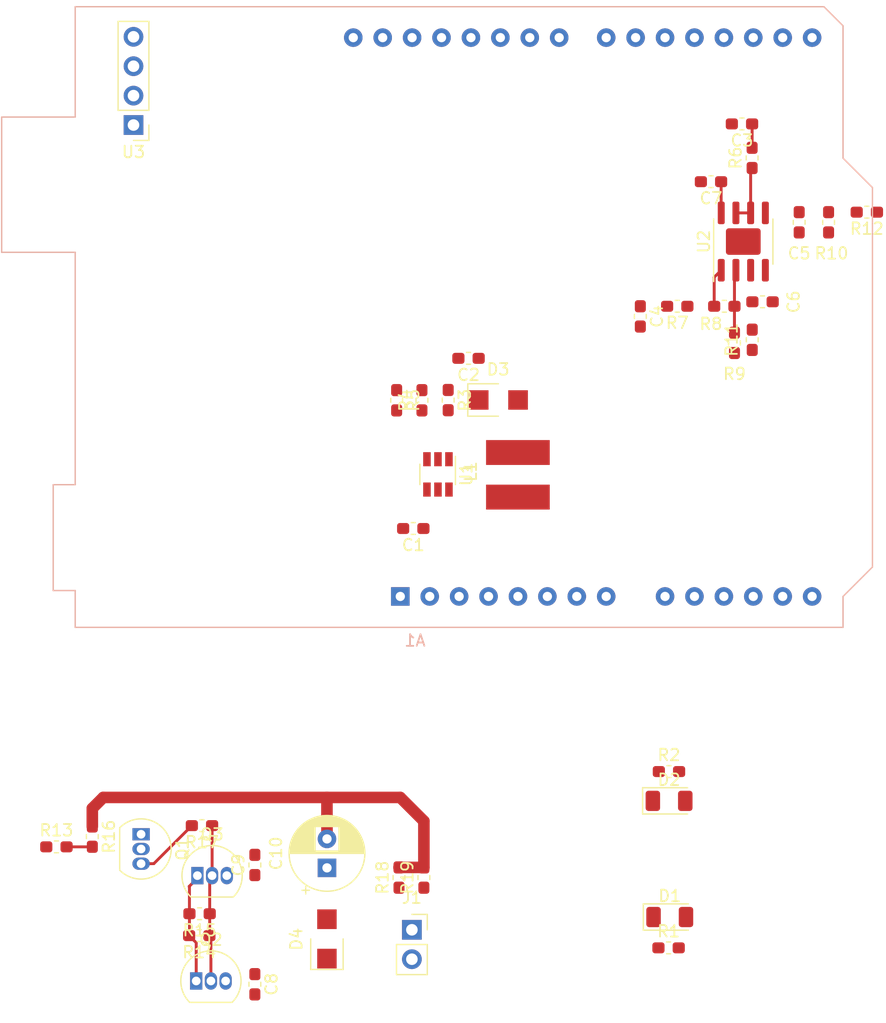
<source format=kicad_pcb>
(kicad_pcb (version 20171130) (host pcbnew "(5.1.0)-1")

  (general
    (thickness 1.6)
    (drawings 0)
    (tracks 41)
    (zones 0)
    (modules 42)
    (nets 47)
  )

  (page A4)
  (layers
    (0 F.Cu signal)
    (31 B.Cu signal)
    (32 B.Adhes user)
    (33 F.Adhes user)
    (34 B.Paste user)
    (35 F.Paste user)
    (36 B.SilkS user)
    (37 F.SilkS user)
    (38 B.Mask user)
    (39 F.Mask user)
    (40 Dwgs.User user)
    (41 Cmts.User user)
    (42 Eco1.User user)
    (43 Eco2.User user)
    (44 Edge.Cuts user)
    (45 Margin user)
    (46 B.CrtYd user)
    (47 F.CrtYd user)
    (48 B.Fab user)
    (49 F.Fab user)
  )

  (setup
    (last_trace_width 0.25)
    (user_trace_width 0.25)
    (user_trace_width 0.5)
    (user_trace_width 0.75)
    (user_trace_width 1)
    (trace_clearance 0.2)
    (zone_clearance 0.508)
    (zone_45_only no)
    (trace_min 0.2)
    (via_size 0.8)
    (via_drill 0.4)
    (via_min_size 0.4)
    (via_min_drill 0.3)
    (uvia_size 0.3)
    (uvia_drill 0.1)
    (uvias_allowed no)
    (uvia_min_size 0.2)
    (uvia_min_drill 0.1)
    (edge_width 0.05)
    (segment_width 0.2)
    (pcb_text_width 0.3)
    (pcb_text_size 1.5 1.5)
    (mod_edge_width 0.12)
    (mod_text_size 1 1)
    (mod_text_width 0.15)
    (pad_size 1.524 1.524)
    (pad_drill 0.762)
    (pad_to_mask_clearance 0.051)
    (solder_mask_min_width 0.25)
    (aux_axis_origin 0 0)
    (visible_elements FFFFFF7F)
    (pcbplotparams
      (layerselection 0x010fc_ffffffff)
      (usegerberextensions false)
      (usegerberattributes false)
      (usegerberadvancedattributes false)
      (creategerberjobfile false)
      (excludeedgelayer true)
      (linewidth 0.100000)
      (plotframeref false)
      (viasonmask false)
      (mode 1)
      (useauxorigin false)
      (hpglpennumber 1)
      (hpglpenspeed 20)
      (hpglpendiameter 15.000000)
      (psnegative false)
      (psa4output false)
      (plotreference true)
      (plotvalue true)
      (plotinvisibletext false)
      (padsonsilk false)
      (subtractmaskfromsilk false)
      (outputformat 1)
      (mirror false)
      (drillshape 1)
      (scaleselection 1)
      (outputdirectory ""))
  )

  (net 0 "")
  (net 1 "Net-(A1-Pad1)")
  (net 2 "Net-(A1-Pad17)")
  (net 3 "Net-(A1-Pad2)")
  (net 4 "Net-(A1-Pad18)")
  (net 5 "Net-(A1-Pad3)")
  (net 6 V_SENSE_FILTER)
  (net 7 GND)
  (net 8 V_BAT_FILTER)
  (net 9 "Net-(A1-Pad22)")
  (net 10 "Net-(A1-Pad23)")
  (net 11 "Net-(A1-Pad8)")
  (net 12 "Net-(A1-Pad24)")
  (net 13 PWM)
  (net 14 "Net-(A1-Pad11)")
  (net 15 VDD_5V)
  (net 16 "Net-(A1-Pad12)")
  (net 17 "Net-(A1-Pad28)")
  (net 18 "Net-(A1-Pad30)")
  (net 19 CHARGING)
  (net 20 CHARGED)
  (net 21 VDD_14V)
  (net 22 "Net-(C5-Pad1)")
  (net 23 "Net-(C6-Pad1)")
  (net 24 "Net-(C10-Pad1)")
  (net 25 "Net-(D1-Pad2)")
  (net 26 "Net-(D2-Pad2)")
  (net 27 "Net-(D3-Pad2)")
  (net 28 V_BAT)
  (net 29 V_SENSE)
  (net 30 "Net-(Q1-Pad3)")
  (net 31 "Net-(Q1-Pad2)")
  (net 32 "Net-(Q2-Pad2)")
  (net 33 "Net-(R3-Pad1)")
  (net 34 /BOOST_FB)
  (net 35 "Net-(R6-Pad1)")
  (net 36 "Net-(R7-Pad1)")
  (net 37 "Net-(R8-Pad1)")
  (net 38 "Net-(U1-Pad6)")
  (net 39 "Net-(A1-Pad19)")
  (net 40 "Net-(A1-Pad4)")
  (net 41 "Net-(A1-Pad20)")
  (net 42 "Net-(A1-Pad27)")
  (net 43 SDA)
  (net 44 SCL)
  (net 45 "Net-(A1-Pad15)")
  (net 46 "Net-(A1-Pad16)")

  (net_class Default "This is the default net class."
    (clearance 0.2)
    (trace_width 0.25)
    (via_dia 0.8)
    (via_drill 0.4)
    (uvia_dia 0.3)
    (uvia_drill 0.1)
    (add_net /BOOST_FB)
    (add_net CHARGED)
    (add_net "Net-(A1-Pad1)")
    (add_net "Net-(A1-Pad11)")
    (add_net "Net-(A1-Pad12)")
    (add_net "Net-(A1-Pad15)")
    (add_net "Net-(A1-Pad16)")
    (add_net "Net-(A1-Pad17)")
    (add_net "Net-(A1-Pad18)")
    (add_net "Net-(A1-Pad19)")
    (add_net "Net-(A1-Pad2)")
    (add_net "Net-(A1-Pad20)")
    (add_net "Net-(A1-Pad22)")
    (add_net "Net-(A1-Pad23)")
    (add_net "Net-(A1-Pad24)")
    (add_net "Net-(A1-Pad27)")
    (add_net "Net-(A1-Pad28)")
    (add_net "Net-(A1-Pad3)")
    (add_net "Net-(A1-Pad30)")
    (add_net "Net-(A1-Pad4)")
    (add_net "Net-(A1-Pad8)")
    (add_net "Net-(C10-Pad1)")
    (add_net "Net-(C5-Pad1)")
    (add_net "Net-(C6-Pad1)")
    (add_net "Net-(D1-Pad2)")
    (add_net "Net-(D2-Pad2)")
    (add_net "Net-(D3-Pad2)")
    (add_net "Net-(Q1-Pad2)")
    (add_net "Net-(Q1-Pad3)")
    (add_net "Net-(Q2-Pad2)")
    (add_net "Net-(R3-Pad1)")
    (add_net "Net-(R6-Pad1)")
    (add_net "Net-(R7-Pad1)")
    (add_net "Net-(R8-Pad1)")
    (add_net "Net-(U1-Pad6)")
    (add_net PWM)
    (add_net SCL)
    (add_net SDA)
    (add_net VDD_14V)
    (add_net VDD_5V)
    (add_net V_BAT)
    (add_net V_BAT_FILTER)
    (add_net V_SENSE)
    (add_net V_SENSE_FILTER)
  )

  (net_class Power ""
    (clearance 0.2)
    (trace_width 1)
    (via_dia 0.8)
    (via_drill 0.4)
    (uvia_dia 0.3)
    (uvia_drill 0.1)
    (add_net CHARGING)
    (add_net GND)
  )

  (module Module:Arduino_UNO_R2 locked (layer B.Cu) (tedit 58AB6071) (tstamp 5ED63F55)
    (at 131.4196 112.94364)
    (descr "Arduino UNO R2, http://www.mouser.com/pdfdocs/Gravitech_Arduino_Nano3_0.pdf")
    (tags "Arduino UNO R2")
    (path /5EE9A686)
    (fp_text reference A1 (at 1.27 3.81 -180) (layer B.SilkS)
      (effects (font (size 1 1) (thickness 0.15)) (justify mirror))
    )
    (fp_text value Arduino_UNO_R2 (at 0 -21.59) (layer B.Fab)
      (effects (font (size 1 1) (thickness 0.15)) (justify mirror))
    )
    (fp_text user %R (at 0 -19.05 -180) (layer B.Fab)
      (effects (font (size 1 1) (thickness 0.15)) (justify mirror))
    )
    (fp_line (start 38.35 2.79) (end 38.35 0) (layer B.CrtYd) (width 0.05))
    (fp_line (start 38.35 0) (end 40.89 -2.54) (layer B.CrtYd) (width 0.05))
    (fp_line (start 40.89 -2.54) (end 40.89 -35.31) (layer B.CrtYd) (width 0.05))
    (fp_line (start 40.89 -35.31) (end 38.35 -37.85) (layer B.CrtYd) (width 0.05))
    (fp_line (start 38.35 -37.85) (end 38.35 -49.28) (layer B.CrtYd) (width 0.05))
    (fp_line (start 38.35 -49.28) (end 36.58 -51.05) (layer B.CrtYd) (width 0.05))
    (fp_line (start 36.58 -51.05) (end -28.19 -51.05) (layer B.CrtYd) (width 0.05))
    (fp_line (start -28.19 -51.05) (end -28.19 -41.53) (layer B.CrtYd) (width 0.05))
    (fp_line (start -28.19 -41.53) (end -34.54 -41.53) (layer B.CrtYd) (width 0.05))
    (fp_line (start -34.54 -41.53) (end -34.54 -29.59) (layer B.CrtYd) (width 0.05))
    (fp_line (start -34.54 -29.59) (end -28.19 -29.59) (layer B.CrtYd) (width 0.05))
    (fp_line (start -28.19 -29.59) (end -28.19 -9.78) (layer B.CrtYd) (width 0.05))
    (fp_line (start -28.19 -9.78) (end -30.1 -9.78) (layer B.CrtYd) (width 0.05))
    (fp_line (start -30.1 -9.78) (end -30.1 -0.38) (layer B.CrtYd) (width 0.05))
    (fp_line (start -30.1 -0.38) (end -28.19 -0.38) (layer B.CrtYd) (width 0.05))
    (fp_line (start -28.19 -0.38) (end -28.19 2.79) (layer B.CrtYd) (width 0.05))
    (fp_line (start -28.19 2.79) (end 38.35 2.79) (layer B.CrtYd) (width 0.05))
    (fp_line (start 40.77 -35.31) (end 40.77 -2.54) (layer B.SilkS) (width 0.12))
    (fp_line (start 40.77 -2.54) (end 38.23 0) (layer B.SilkS) (width 0.12))
    (fp_line (start 38.23 0) (end 38.23 2.67) (layer B.SilkS) (width 0.12))
    (fp_line (start 38.23 2.67) (end -28.07 2.67) (layer B.SilkS) (width 0.12))
    (fp_line (start -28.07 2.67) (end -28.07 -0.51) (layer B.SilkS) (width 0.12))
    (fp_line (start -28.07 -0.51) (end -29.97 -0.51) (layer B.SilkS) (width 0.12))
    (fp_line (start -29.97 -0.51) (end -29.97 -9.65) (layer B.SilkS) (width 0.12))
    (fp_line (start -29.97 -9.65) (end -28.07 -9.65) (layer B.SilkS) (width 0.12))
    (fp_line (start -28.07 -9.65) (end -28.07 -29.72) (layer B.SilkS) (width 0.12))
    (fp_line (start -28.07 -29.72) (end -34.42 -29.72) (layer B.SilkS) (width 0.12))
    (fp_line (start -34.42 -29.72) (end -34.42 -41.4) (layer B.SilkS) (width 0.12))
    (fp_line (start -34.42 -41.4) (end -28.07 -41.4) (layer B.SilkS) (width 0.12))
    (fp_line (start -28.07 -41.4) (end -28.07 -50.93) (layer B.SilkS) (width 0.12))
    (fp_line (start -28.07 -50.93) (end 36.58 -50.93) (layer B.SilkS) (width 0.12))
    (fp_line (start 36.58 -50.93) (end 38.23 -49.28) (layer B.SilkS) (width 0.12))
    (fp_line (start 38.23 -49.28) (end 38.23 -37.85) (layer B.SilkS) (width 0.12))
    (fp_line (start 38.23 -37.85) (end 40.77 -35.31) (layer B.SilkS) (width 0.12))
    (fp_line (start -34.29 -29.84) (end -18.41 -29.84) (layer B.Fab) (width 0.1))
    (fp_line (start -18.41 -29.84) (end -18.41 -41.27) (layer B.Fab) (width 0.1))
    (fp_line (start -18.41 -41.27) (end -34.29 -41.27) (layer B.Fab) (width 0.1))
    (fp_line (start -34.29 -41.27) (end -34.29 -29.84) (layer B.Fab) (width 0.1))
    (fp_line (start -29.84 -0.64) (end -16.51 -0.64) (layer B.Fab) (width 0.1))
    (fp_line (start -16.51 -0.64) (end -16.51 -9.53) (layer B.Fab) (width 0.1))
    (fp_line (start -16.51 -9.53) (end -29.84 -9.53) (layer B.Fab) (width 0.1))
    (fp_line (start -29.84 -9.53) (end -29.84 -0.64) (layer B.Fab) (width 0.1))
    (fp_line (start 38.1 -37.85) (end 38.1 -49.28) (layer B.Fab) (width 0.1))
    (fp_line (start 40.64 -2.54) (end 40.64 -35.31) (layer B.Fab) (width 0.1))
    (fp_line (start 40.64 -35.31) (end 38.1 -37.85) (layer B.Fab) (width 0.1))
    (fp_line (start 38.1 2.54) (end 38.1 0) (layer B.Fab) (width 0.1))
    (fp_line (start 38.1 0) (end 40.64 -2.54) (layer B.Fab) (width 0.1))
    (fp_line (start 38.1 -49.28) (end 36.58 -50.8) (layer B.Fab) (width 0.1))
    (fp_line (start 36.58 -50.8) (end -27.94 -50.8) (layer B.Fab) (width 0.1))
    (fp_line (start -27.94 -50.8) (end -27.94 2.54) (layer B.Fab) (width 0.1))
    (fp_line (start -27.94 2.54) (end 38.1 2.54) (layer B.Fab) (width 0.1))
    (pad 29 thru_hole oval (at -1.52 -48.26 270) (size 1.6 1.6) (drill 0.8) (layers *.Cu *.Mask)
      (net 7 GND))
    (pad 30 thru_hole oval (at -4.06 -48.26 270) (size 1.6 1.6) (drill 0.8) (layers *.Cu *.Mask)
      (net 18 "Net-(A1-Pad30)"))
    (pad 1 thru_hole rect (at 0 0 270) (size 1.6 1.6) (drill 0.8) (layers *.Cu *.Mask)
      (net 1 "Net-(A1-Pad1)"))
    (pad 17 thru_hole oval (at 30.48 -48.26 270) (size 1.6 1.6) (drill 0.8) (layers *.Cu *.Mask)
      (net 2 "Net-(A1-Pad17)"))
    (pad 2 thru_hole oval (at 2.54 0 270) (size 1.6 1.6) (drill 0.8) (layers *.Cu *.Mask)
      (net 3 "Net-(A1-Pad2)"))
    (pad 18 thru_hole oval (at 27.94 -48.26 270) (size 1.6 1.6) (drill 0.8) (layers *.Cu *.Mask)
      (net 4 "Net-(A1-Pad18)"))
    (pad 3 thru_hole oval (at 5.08 0 270) (size 1.6 1.6) (drill 0.8) (layers *.Cu *.Mask)
      (net 5 "Net-(A1-Pad3)"))
    (pad 19 thru_hole oval (at 25.4 -48.26 270) (size 1.6 1.6) (drill 0.8) (layers *.Cu *.Mask)
      (net 39 "Net-(A1-Pad19)"))
    (pad 4 thru_hole oval (at 7.62 0 270) (size 1.6 1.6) (drill 0.8) (layers *.Cu *.Mask)
      (net 40 "Net-(A1-Pad4)"))
    (pad 20 thru_hole oval (at 22.86 -48.26 270) (size 1.6 1.6) (drill 0.8) (layers *.Cu *.Mask)
      (net 41 "Net-(A1-Pad20)"))
    (pad 5 thru_hole oval (at 10.16 0 270) (size 1.6 1.6) (drill 0.8) (layers *.Cu *.Mask)
      (net 15 VDD_5V))
    (pad 21 thru_hole oval (at 20.32 -48.26 270) (size 1.6 1.6) (drill 0.8) (layers *.Cu *.Mask)
      (net 13 PWM))
    (pad 6 thru_hole oval (at 12.7 0 270) (size 1.6 1.6) (drill 0.8) (layers *.Cu *.Mask)
      (net 7 GND))
    (pad 22 thru_hole oval (at 17.78 -48.26 270) (size 1.6 1.6) (drill 0.8) (layers *.Cu *.Mask)
      (net 9 "Net-(A1-Pad22)"))
    (pad 7 thru_hole oval (at 15.24 0 270) (size 1.6 1.6) (drill 0.8) (layers *.Cu *.Mask)
      (net 7 GND))
    (pad 23 thru_hole oval (at 13.72 -48.26 270) (size 1.6 1.6) (drill 0.8) (layers *.Cu *.Mask)
      (net 10 "Net-(A1-Pad23)"))
    (pad 8 thru_hole oval (at 17.78 0 270) (size 1.6 1.6) (drill 0.8) (layers *.Cu *.Mask)
      (net 11 "Net-(A1-Pad8)"))
    (pad 24 thru_hole oval (at 11.18 -48.26 270) (size 1.6 1.6) (drill 0.8) (layers *.Cu *.Mask)
      (net 12 "Net-(A1-Pad24)"))
    (pad 9 thru_hole oval (at 22.86 0 270) (size 1.6 1.6) (drill 0.8) (layers *.Cu *.Mask)
      (net 6 V_SENSE_FILTER))
    (pad 25 thru_hole oval (at 8.64 -48.26 270) (size 1.6 1.6) (drill 0.8) (layers *.Cu *.Mask)
      (net 19 CHARGING))
    (pad 10 thru_hole oval (at 25.4 0 270) (size 1.6 1.6) (drill 0.8) (layers *.Cu *.Mask)
      (net 8 V_BAT_FILTER))
    (pad 26 thru_hole oval (at 6.1 -48.26 270) (size 1.6 1.6) (drill 0.8) (layers *.Cu *.Mask)
      (net 20 CHARGED))
    (pad 11 thru_hole oval (at 27.94 0 270) (size 1.6 1.6) (drill 0.8) (layers *.Cu *.Mask)
      (net 14 "Net-(A1-Pad11)"))
    (pad 27 thru_hole oval (at 3.56 -48.26 270) (size 1.6 1.6) (drill 0.8) (layers *.Cu *.Mask)
      (net 42 "Net-(A1-Pad27)"))
    (pad 12 thru_hole oval (at 30.48 0 270) (size 1.6 1.6) (drill 0.8) (layers *.Cu *.Mask)
      (net 16 "Net-(A1-Pad12)"))
    (pad 28 thru_hole oval (at 1.02 -48.26 270) (size 1.6 1.6) (drill 0.8) (layers *.Cu *.Mask)
      (net 17 "Net-(A1-Pad28)"))
    (pad 13 thru_hole oval (at 33.02 0 270) (size 1.6 1.6) (drill 0.8) (layers *.Cu *.Mask)
      (net 43 SDA))
    (pad 14 thru_hole oval (at 35.56 0 270) (size 1.6 1.6) (drill 0.8) (layers *.Cu *.Mask)
      (net 44 SCL))
    (pad 15 thru_hole oval (at 35.56 -48.26 270) (size 1.6 1.6) (drill 0.8) (layers *.Cu *.Mask)
      (net 45 "Net-(A1-Pad15)"))
    (pad 16 thru_hole oval (at 33.02 -48.26 270) (size 1.6 1.6) (drill 0.8) (layers *.Cu *.Mask)
      (net 46 "Net-(A1-Pad16)"))
    (model ${KISYS3DMOD}/Module.3dshapes/Arduino_UNO_R2.wrl
      (at (xyz 0 0 0))
      (scale (xyz 1 1 1))
      (rotate (xyz 0 0 0))
    )
  )

  (module Connector_PinHeader_2.54mm:PinHeader_1x04_P2.54mm_Vertical (layer F.Cu) (tedit 59FED5CC) (tstamp 5ED6323A)
    (at 108.3818 72.23252 180)
    (descr "Through hole straight pin header, 1x04, 2.54mm pitch, single row")
    (tags "Through hole pin header THT 1x04 2.54mm single row")
    (path /5EE9C87A)
    (fp_text reference U3 (at 0 -2.33 180) (layer F.SilkS)
      (effects (font (size 1 1) (thickness 0.15)))
    )
    (fp_text value LCD_2x16_w_i2c (at 0 9.95 180) (layer F.Fab)
      (effects (font (size 1 1) (thickness 0.15)))
    )
    (fp_line (start -0.635 -1.27) (end 1.27 -1.27) (layer F.Fab) (width 0.1))
    (fp_line (start 1.27 -1.27) (end 1.27 8.89) (layer F.Fab) (width 0.1))
    (fp_line (start 1.27 8.89) (end -1.27 8.89) (layer F.Fab) (width 0.1))
    (fp_line (start -1.27 8.89) (end -1.27 -0.635) (layer F.Fab) (width 0.1))
    (fp_line (start -1.27 -0.635) (end -0.635 -1.27) (layer F.Fab) (width 0.1))
    (fp_line (start -1.33 8.95) (end 1.33 8.95) (layer F.SilkS) (width 0.12))
    (fp_line (start -1.33 1.27) (end -1.33 8.95) (layer F.SilkS) (width 0.12))
    (fp_line (start 1.33 1.27) (end 1.33 8.95) (layer F.SilkS) (width 0.12))
    (fp_line (start -1.33 1.27) (end 1.33 1.27) (layer F.SilkS) (width 0.12))
    (fp_line (start -1.33 0) (end -1.33 -1.33) (layer F.SilkS) (width 0.12))
    (fp_line (start -1.33 -1.33) (end 0 -1.33) (layer F.SilkS) (width 0.12))
    (fp_line (start -1.8 -1.8) (end -1.8 9.4) (layer F.CrtYd) (width 0.05))
    (fp_line (start -1.8 9.4) (end 1.8 9.4) (layer F.CrtYd) (width 0.05))
    (fp_line (start 1.8 9.4) (end 1.8 -1.8) (layer F.CrtYd) (width 0.05))
    (fp_line (start 1.8 -1.8) (end -1.8 -1.8) (layer F.CrtYd) (width 0.05))
    (fp_text user %R (at 0 3.81 270) (layer F.Fab)
      (effects (font (size 1 1) (thickness 0.15)))
    )
    (pad 1 thru_hole rect (at 0 0 180) (size 1.7 1.7) (drill 1) (layers *.Cu *.Mask)
      (net 7 GND))
    (pad 2 thru_hole oval (at 0 2.54 180) (size 1.7 1.7) (drill 1) (layers *.Cu *.Mask)
      (net 15 VDD_5V))
    (pad 3 thru_hole oval (at 0 5.08 180) (size 1.7 1.7) (drill 1) (layers *.Cu *.Mask)
      (net 43 SDA))
    (pad 4 thru_hole oval (at 0 7.62 180) (size 1.7 1.7) (drill 1) (layers *.Cu *.Mask)
      (net 44 SCL))
    (model ${KISYS3DMOD}/Connector_PinHeader_2.54mm.3dshapes/PinHeader_1x04_P2.54mm_Vertical.wrl
      (at (xyz 0 0 0))
      (scale (xyz 1 1 1))
      (rotate (xyz 0 0 0))
    )
  )

  (module Capacitor_SMD:C_0603_1608Metric_Pad1.05x0.95mm_HandSolder (layer F.Cu) (tedit 5B301BBE) (tstamp 5ED5C3F8)
    (at 132.54104 107.07624 180)
    (descr "Capacitor SMD 0603 (1608 Metric), square (rectangular) end terminal, IPC_7351 nominal with elongated pad for handsoldering. (Body size source: http://www.tortai-tech.com/upload/download/2011102023233369053.pdf), generated with kicad-footprint-generator")
    (tags "capacitor handsolder")
    (path /5EE731C2)
    (attr smd)
    (fp_text reference C1 (at 0 -1.43 180) (layer F.SilkS)
      (effects (font (size 1 1) (thickness 0.15)))
    )
    (fp_text value 22u (at 0 1.43 180) (layer F.Fab)
      (effects (font (size 1 1) (thickness 0.15)))
    )
    (fp_line (start -0.8 0.4) (end -0.8 -0.4) (layer F.Fab) (width 0.1))
    (fp_line (start -0.8 -0.4) (end 0.8 -0.4) (layer F.Fab) (width 0.1))
    (fp_line (start 0.8 -0.4) (end 0.8 0.4) (layer F.Fab) (width 0.1))
    (fp_line (start 0.8 0.4) (end -0.8 0.4) (layer F.Fab) (width 0.1))
    (fp_line (start -0.171267 -0.51) (end 0.171267 -0.51) (layer F.SilkS) (width 0.12))
    (fp_line (start -0.171267 0.51) (end 0.171267 0.51) (layer F.SilkS) (width 0.12))
    (fp_line (start -1.65 0.73) (end -1.65 -0.73) (layer F.CrtYd) (width 0.05))
    (fp_line (start -1.65 -0.73) (end 1.65 -0.73) (layer F.CrtYd) (width 0.05))
    (fp_line (start 1.65 -0.73) (end 1.65 0.73) (layer F.CrtYd) (width 0.05))
    (fp_line (start 1.65 0.73) (end -1.65 0.73) (layer F.CrtYd) (width 0.05))
    (fp_text user %R (at 0 0 180) (layer F.Fab)
      (effects (font (size 0.4 0.4) (thickness 0.06)))
    )
    (pad 1 smd roundrect (at -0.875 0 180) (size 1.05 0.95) (layers F.Cu F.Paste F.Mask) (roundrect_rratio 0.25)
      (net 15 VDD_5V))
    (pad 2 smd roundrect (at 0.875 0 180) (size 1.05 0.95) (layers F.Cu F.Paste F.Mask) (roundrect_rratio 0.25)
      (net 7 GND))
    (model ${KISYS3DMOD}/Capacitor_SMD.3dshapes/C_0603_1608Metric.wrl
      (at (xyz 0 0 0))
      (scale (xyz 1 1 1))
      (rotate (xyz 0 0 0))
    )
  )

  (module Capacitor_SMD:C_0603_1608Metric_Pad1.05x0.95mm_HandSolder (layer F.Cu) (tedit 5B301BBE) (tstamp 5ED5C409)
    (at 137.31116 92.3798 180)
    (descr "Capacitor SMD 0603 (1608 Metric), square (rectangular) end terminal, IPC_7351 nominal with elongated pad for handsoldering. (Body size source: http://www.tortai-tech.com/upload/download/2011102023233369053.pdf), generated with kicad-footprint-generator")
    (tags "capacitor handsolder")
    (path /5EE12E84)
    (attr smd)
    (fp_text reference C2 (at 0 -1.43 180) (layer F.SilkS)
      (effects (font (size 1 1) (thickness 0.15)))
    )
    (fp_text value 22u (at 0 1.43 180) (layer F.Fab)
      (effects (font (size 1 1) (thickness 0.15)))
    )
    (fp_line (start -0.8 0.4) (end -0.8 -0.4) (layer F.Fab) (width 0.1))
    (fp_line (start -0.8 -0.4) (end 0.8 -0.4) (layer F.Fab) (width 0.1))
    (fp_line (start 0.8 -0.4) (end 0.8 0.4) (layer F.Fab) (width 0.1))
    (fp_line (start 0.8 0.4) (end -0.8 0.4) (layer F.Fab) (width 0.1))
    (fp_line (start -0.171267 -0.51) (end 0.171267 -0.51) (layer F.SilkS) (width 0.12))
    (fp_line (start -0.171267 0.51) (end 0.171267 0.51) (layer F.SilkS) (width 0.12))
    (fp_line (start -1.65 0.73) (end -1.65 -0.73) (layer F.CrtYd) (width 0.05))
    (fp_line (start -1.65 -0.73) (end 1.65 -0.73) (layer F.CrtYd) (width 0.05))
    (fp_line (start 1.65 -0.73) (end 1.65 0.73) (layer F.CrtYd) (width 0.05))
    (fp_line (start 1.65 0.73) (end -1.65 0.73) (layer F.CrtYd) (width 0.05))
    (fp_text user %R (at 0 0 180) (layer F.Fab)
      (effects (font (size 0.4 0.4) (thickness 0.06)))
    )
    (pad 1 smd roundrect (at -0.875 0 180) (size 1.05 0.95) (layers F.Cu F.Paste F.Mask) (roundrect_rratio 0.25)
      (net 21 VDD_14V))
    (pad 2 smd roundrect (at 0.875 0 180) (size 1.05 0.95) (layers F.Cu F.Paste F.Mask) (roundrect_rratio 0.25)
      (net 7 GND))
    (model ${KISYS3DMOD}/Capacitor_SMD.3dshapes/C_0603_1608Metric.wrl
      (at (xyz 0 0 0))
      (scale (xyz 1 1 1))
      (rotate (xyz 0 0 0))
    )
  )

  (module Capacitor_SMD:C_0603_1608Metric_Pad1.05x0.95mm_HandSolder (layer F.Cu) (tedit 5B301BBE) (tstamp 5ED64A20)
    (at 160.923 72.136 180)
    (descr "Capacitor SMD 0603 (1608 Metric), square (rectangular) end terminal, IPC_7351 nominal with elongated pad for handsoldering. (Body size source: http://www.tortai-tech.com/upload/download/2011102023233369053.pdf), generated with kicad-footprint-generator")
    (tags "capacitor handsolder")
    (path /5ED91E1C)
    (attr smd)
    (fp_text reference C3 (at 0 -1.43 180) (layer F.SilkS)
      (effects (font (size 1 1) (thickness 0.15)))
    )
    (fp_text value 47p (at 0 1.43 180) (layer F.Fab)
      (effects (font (size 1 1) (thickness 0.15)))
    )
    (fp_text user %R (at 0 0 180) (layer F.Fab)
      (effects (font (size 0.4 0.4) (thickness 0.06)))
    )
    (fp_line (start 1.65 0.73) (end -1.65 0.73) (layer F.CrtYd) (width 0.05))
    (fp_line (start 1.65 -0.73) (end 1.65 0.73) (layer F.CrtYd) (width 0.05))
    (fp_line (start -1.65 -0.73) (end 1.65 -0.73) (layer F.CrtYd) (width 0.05))
    (fp_line (start -1.65 0.73) (end -1.65 -0.73) (layer F.CrtYd) (width 0.05))
    (fp_line (start -0.171267 0.51) (end 0.171267 0.51) (layer F.SilkS) (width 0.12))
    (fp_line (start -0.171267 -0.51) (end 0.171267 -0.51) (layer F.SilkS) (width 0.12))
    (fp_line (start 0.8 0.4) (end -0.8 0.4) (layer F.Fab) (width 0.1))
    (fp_line (start 0.8 -0.4) (end 0.8 0.4) (layer F.Fab) (width 0.1))
    (fp_line (start -0.8 -0.4) (end 0.8 -0.4) (layer F.Fab) (width 0.1))
    (fp_line (start -0.8 0.4) (end -0.8 -0.4) (layer F.Fab) (width 0.1))
    (pad 2 smd roundrect (at 0.875 0 180) (size 1.05 0.95) (layers F.Cu F.Paste F.Mask) (roundrect_rratio 0.25)
      (net 7 GND))
    (pad 1 smd roundrect (at -0.875 0 180) (size 1.05 0.95) (layers F.Cu F.Paste F.Mask) (roundrect_rratio 0.25)
      (net 8 V_BAT_FILTER))
    (model ${KISYS3DMOD}/Capacitor_SMD.3dshapes/C_0603_1608Metric.wrl
      (at (xyz 0 0 0))
      (scale (xyz 1 1 1))
      (rotate (xyz 0 0 0))
    )
  )

  (module Capacitor_SMD:C_0603_1608Metric_Pad1.05x0.95mm_HandSolder (layer F.Cu) (tedit 5B301BBE) (tstamp 5ED649F0)
    (at 152.146 88.759 270)
    (descr "Capacitor SMD 0603 (1608 Metric), square (rectangular) end terminal, IPC_7351 nominal with elongated pad for handsoldering. (Body size source: http://www.tortai-tech.com/upload/download/2011102023233369053.pdf), generated with kicad-footprint-generator")
    (tags "capacitor handsolder")
    (path /5ED777D7)
    (attr smd)
    (fp_text reference C4 (at 0 -1.43 270) (layer F.SilkS)
      (effects (font (size 1 1) (thickness 0.15)))
    )
    (fp_text value 47p (at 0 1.43 270) (layer F.Fab)
      (effects (font (size 1 1) (thickness 0.15)))
    )
    (fp_line (start -0.8 0.4) (end -0.8 -0.4) (layer F.Fab) (width 0.1))
    (fp_line (start -0.8 -0.4) (end 0.8 -0.4) (layer F.Fab) (width 0.1))
    (fp_line (start 0.8 -0.4) (end 0.8 0.4) (layer F.Fab) (width 0.1))
    (fp_line (start 0.8 0.4) (end -0.8 0.4) (layer F.Fab) (width 0.1))
    (fp_line (start -0.171267 -0.51) (end 0.171267 -0.51) (layer F.SilkS) (width 0.12))
    (fp_line (start -0.171267 0.51) (end 0.171267 0.51) (layer F.SilkS) (width 0.12))
    (fp_line (start -1.65 0.73) (end -1.65 -0.73) (layer F.CrtYd) (width 0.05))
    (fp_line (start -1.65 -0.73) (end 1.65 -0.73) (layer F.CrtYd) (width 0.05))
    (fp_line (start 1.65 -0.73) (end 1.65 0.73) (layer F.CrtYd) (width 0.05))
    (fp_line (start 1.65 0.73) (end -1.65 0.73) (layer F.CrtYd) (width 0.05))
    (fp_text user %R (at 0 0 270) (layer F.Fab)
      (effects (font (size 0.4 0.4) (thickness 0.06)))
    )
    (pad 1 smd roundrect (at -0.875 0 270) (size 1.05 0.95) (layers F.Cu F.Paste F.Mask) (roundrect_rratio 0.25)
      (net 6 V_SENSE_FILTER))
    (pad 2 smd roundrect (at 0.875 0 270) (size 1.05 0.95) (layers F.Cu F.Paste F.Mask) (roundrect_rratio 0.25)
      (net 7 GND))
    (model ${KISYS3DMOD}/Capacitor_SMD.3dshapes/C_0603_1608Metric.wrl
      (at (xyz 0 0 0))
      (scale (xyz 1 1 1))
      (rotate (xyz 0 0 0))
    )
  )

  (module Capacitor_SMD:C_0603_1608Metric_Pad1.05x0.95mm_HandSolder (layer F.Cu) (tedit 5B301BBE) (tstamp 5ED64990)
    (at 165.862 80.631 270)
    (descr "Capacitor SMD 0603 (1608 Metric), square (rectangular) end terminal, IPC_7351 nominal with elongated pad for handsoldering. (Body size source: http://www.tortai-tech.com/upload/download/2011102023233369053.pdf), generated with kicad-footprint-generator")
    (tags "capacitor handsolder")
    (path /5EEEFD2A)
    (attr smd)
    (fp_text reference C5 (at 2.681 0) (layer F.SilkS)
      (effects (font (size 1 1) (thickness 0.15)))
    )
    (fp_text value 1n (at 0 1.43 270) (layer F.Fab)
      (effects (font (size 1 1) (thickness 0.15)))
    )
    (fp_text user %R (at 0 0 270) (layer F.Fab)
      (effects (font (size 0.4 0.4) (thickness 0.06)))
    )
    (fp_line (start 1.65 0.73) (end -1.65 0.73) (layer F.CrtYd) (width 0.05))
    (fp_line (start 1.65 -0.73) (end 1.65 0.73) (layer F.CrtYd) (width 0.05))
    (fp_line (start -1.65 -0.73) (end 1.65 -0.73) (layer F.CrtYd) (width 0.05))
    (fp_line (start -1.65 0.73) (end -1.65 -0.73) (layer F.CrtYd) (width 0.05))
    (fp_line (start -0.171267 0.51) (end 0.171267 0.51) (layer F.SilkS) (width 0.12))
    (fp_line (start -0.171267 -0.51) (end 0.171267 -0.51) (layer F.SilkS) (width 0.12))
    (fp_line (start 0.8 0.4) (end -0.8 0.4) (layer F.Fab) (width 0.1))
    (fp_line (start 0.8 -0.4) (end 0.8 0.4) (layer F.Fab) (width 0.1))
    (fp_line (start -0.8 -0.4) (end 0.8 -0.4) (layer F.Fab) (width 0.1))
    (fp_line (start -0.8 0.4) (end -0.8 -0.4) (layer F.Fab) (width 0.1))
    (pad 2 smd roundrect (at 0.875 0 270) (size 1.05 0.95) (layers F.Cu F.Paste F.Mask) (roundrect_rratio 0.25)
      (net 7 GND))
    (pad 1 smd roundrect (at -0.875 0 270) (size 1.05 0.95) (layers F.Cu F.Paste F.Mask) (roundrect_rratio 0.25)
      (net 22 "Net-(C5-Pad1)"))
    (model ${KISYS3DMOD}/Capacitor_SMD.3dshapes/C_0603_1608Metric.wrl
      (at (xyz 0 0 0))
      (scale (xyz 1 1 1))
      (rotate (xyz 0 0 0))
    )
  )

  (module Capacitor_SMD:C_0603_1608Metric_Pad1.05x0.95mm_HandSolder (layer F.Cu) (tedit 5B301BBE) (tstamp 5ED649C0)
    (at 162.69716 87.49792)
    (descr "Capacitor SMD 0603 (1608 Metric), square (rectangular) end terminal, IPC_7351 nominal with elongated pad for handsoldering. (Body size source: http://www.tortai-tech.com/upload/download/2011102023233369053.pdf), generated with kicad-footprint-generator")
    (tags "capacitor handsolder")
    (path /5EEBDD47)
    (attr smd)
    (fp_text reference C6 (at 2.681 0 90) (layer F.SilkS)
      (effects (font (size 1 1) (thickness 0.15)))
    )
    (fp_text value 1n (at 0 1.43) (layer F.Fab)
      (effects (font (size 1 1) (thickness 0.15)))
    )
    (fp_line (start -0.8 0.4) (end -0.8 -0.4) (layer F.Fab) (width 0.1))
    (fp_line (start -0.8 -0.4) (end 0.8 -0.4) (layer F.Fab) (width 0.1))
    (fp_line (start 0.8 -0.4) (end 0.8 0.4) (layer F.Fab) (width 0.1))
    (fp_line (start 0.8 0.4) (end -0.8 0.4) (layer F.Fab) (width 0.1))
    (fp_line (start -0.171267 -0.51) (end 0.171267 -0.51) (layer F.SilkS) (width 0.12))
    (fp_line (start -0.171267 0.51) (end 0.171267 0.51) (layer F.SilkS) (width 0.12))
    (fp_line (start -1.65 0.73) (end -1.65 -0.73) (layer F.CrtYd) (width 0.05))
    (fp_line (start -1.65 -0.73) (end 1.65 -0.73) (layer F.CrtYd) (width 0.05))
    (fp_line (start 1.65 -0.73) (end 1.65 0.73) (layer F.CrtYd) (width 0.05))
    (fp_line (start 1.65 0.73) (end -1.65 0.73) (layer F.CrtYd) (width 0.05))
    (fp_text user %R (at 0 0) (layer F.Fab)
      (effects (font (size 0.4 0.4) (thickness 0.06)))
    )
    (pad 1 smd roundrect (at -0.875 0) (size 1.05 0.95) (layers F.Cu F.Paste F.Mask) (roundrect_rratio 0.25)
      (net 23 "Net-(C6-Pad1)"))
    (pad 2 smd roundrect (at 0.875 0) (size 1.05 0.95) (layers F.Cu F.Paste F.Mask) (roundrect_rratio 0.25)
      (net 7 GND))
    (model ${KISYS3DMOD}/Capacitor_SMD.3dshapes/C_0603_1608Metric.wrl
      (at (xyz 0 0 0))
      (scale (xyz 1 1 1))
      (rotate (xyz 0 0 0))
    )
  )

  (module Capacitor_SMD:C_0603_1608Metric_Pad1.05x0.95mm_HandSolder (layer F.Cu) (tedit 5B301BBE) (tstamp 5ED64960)
    (at 158.24832 77.12456 180)
    (descr "Capacitor SMD 0603 (1608 Metric), square (rectangular) end terminal, IPC_7351 nominal with elongated pad for handsoldering. (Body size source: http://www.tortai-tech.com/upload/download/2011102023233369053.pdf), generated with kicad-footprint-generator")
    (tags "capacitor handsolder")
    (path /5EDA4C98)
    (attr smd)
    (fp_text reference C7 (at 0 -1.43 180) (layer F.SilkS)
      (effects (font (size 1 1) (thickness 0.15)))
    )
    (fp_text value 100n (at 0 1.43 180) (layer F.Fab)
      (effects (font (size 1 1) (thickness 0.15)))
    )
    (fp_text user %R (at 0 0 180) (layer F.Fab)
      (effects (font (size 0.4 0.4) (thickness 0.06)))
    )
    (fp_line (start 1.65 0.73) (end -1.65 0.73) (layer F.CrtYd) (width 0.05))
    (fp_line (start 1.65 -0.73) (end 1.65 0.73) (layer F.CrtYd) (width 0.05))
    (fp_line (start -1.65 -0.73) (end 1.65 -0.73) (layer F.CrtYd) (width 0.05))
    (fp_line (start -1.65 0.73) (end -1.65 -0.73) (layer F.CrtYd) (width 0.05))
    (fp_line (start -0.171267 0.51) (end 0.171267 0.51) (layer F.SilkS) (width 0.12))
    (fp_line (start -0.171267 -0.51) (end 0.171267 -0.51) (layer F.SilkS) (width 0.12))
    (fp_line (start 0.8 0.4) (end -0.8 0.4) (layer F.Fab) (width 0.1))
    (fp_line (start 0.8 -0.4) (end 0.8 0.4) (layer F.Fab) (width 0.1))
    (fp_line (start -0.8 -0.4) (end 0.8 -0.4) (layer F.Fab) (width 0.1))
    (fp_line (start -0.8 0.4) (end -0.8 -0.4) (layer F.Fab) (width 0.1))
    (pad 2 smd roundrect (at 0.875 0 180) (size 1.05 0.95) (layers F.Cu F.Paste F.Mask) (roundrect_rratio 0.25)
      (net 7 GND))
    (pad 1 smd roundrect (at -0.875 0 180) (size 1.05 0.95) (layers F.Cu F.Paste F.Mask) (roundrect_rratio 0.25)
      (net 15 VDD_5V))
    (model ${KISYS3DMOD}/Capacitor_SMD.3dshapes/C_0603_1608Metric.wrl
      (at (xyz 0 0 0))
      (scale (xyz 1 1 1))
      (rotate (xyz 0 0 0))
    )
  )

  (module Capacitor_THT:CP_Radial_D6.3mm_P2.50mm (layer F.Cu) (tedit 5AE50EF0) (tstamp 5ED610C4)
    (at 125.08992 136.38276 90)
    (descr "CP, Radial series, Radial, pin pitch=2.50mm, , diameter=6.3mm, Electrolytic Capacitor")
    (tags "CP Radial series Radial pin pitch 2.50mm  diameter 6.3mm Electrolytic Capacitor")
    (path /5ED56753)
    (fp_text reference C10 (at 1.25 -4.4 90) (layer F.SilkS)
      (effects (font (size 1 1) (thickness 0.15)))
    )
    (fp_text value 470u (at 1.25 4.4 90) (layer F.Fab)
      (effects (font (size 1 1) (thickness 0.15)))
    )
    (fp_circle (center 1.25 0) (end 4.4 0) (layer F.Fab) (width 0.1))
    (fp_circle (center 1.25 0) (end 4.52 0) (layer F.SilkS) (width 0.12))
    (fp_circle (center 1.25 0) (end 4.65 0) (layer F.CrtYd) (width 0.05))
    (fp_line (start -1.443972 -1.3735) (end -0.813972 -1.3735) (layer F.Fab) (width 0.1))
    (fp_line (start -1.128972 -1.6885) (end -1.128972 -1.0585) (layer F.Fab) (width 0.1))
    (fp_line (start 1.25 -3.23) (end 1.25 3.23) (layer F.SilkS) (width 0.12))
    (fp_line (start 1.29 -3.23) (end 1.29 3.23) (layer F.SilkS) (width 0.12))
    (fp_line (start 1.33 -3.23) (end 1.33 3.23) (layer F.SilkS) (width 0.12))
    (fp_line (start 1.37 -3.228) (end 1.37 3.228) (layer F.SilkS) (width 0.12))
    (fp_line (start 1.41 -3.227) (end 1.41 3.227) (layer F.SilkS) (width 0.12))
    (fp_line (start 1.45 -3.224) (end 1.45 3.224) (layer F.SilkS) (width 0.12))
    (fp_line (start 1.49 -3.222) (end 1.49 -1.04) (layer F.SilkS) (width 0.12))
    (fp_line (start 1.49 1.04) (end 1.49 3.222) (layer F.SilkS) (width 0.12))
    (fp_line (start 1.53 -3.218) (end 1.53 -1.04) (layer F.SilkS) (width 0.12))
    (fp_line (start 1.53 1.04) (end 1.53 3.218) (layer F.SilkS) (width 0.12))
    (fp_line (start 1.57 -3.215) (end 1.57 -1.04) (layer F.SilkS) (width 0.12))
    (fp_line (start 1.57 1.04) (end 1.57 3.215) (layer F.SilkS) (width 0.12))
    (fp_line (start 1.61 -3.211) (end 1.61 -1.04) (layer F.SilkS) (width 0.12))
    (fp_line (start 1.61 1.04) (end 1.61 3.211) (layer F.SilkS) (width 0.12))
    (fp_line (start 1.65 -3.206) (end 1.65 -1.04) (layer F.SilkS) (width 0.12))
    (fp_line (start 1.65 1.04) (end 1.65 3.206) (layer F.SilkS) (width 0.12))
    (fp_line (start 1.69 -3.201) (end 1.69 -1.04) (layer F.SilkS) (width 0.12))
    (fp_line (start 1.69 1.04) (end 1.69 3.201) (layer F.SilkS) (width 0.12))
    (fp_line (start 1.73 -3.195) (end 1.73 -1.04) (layer F.SilkS) (width 0.12))
    (fp_line (start 1.73 1.04) (end 1.73 3.195) (layer F.SilkS) (width 0.12))
    (fp_line (start 1.77 -3.189) (end 1.77 -1.04) (layer F.SilkS) (width 0.12))
    (fp_line (start 1.77 1.04) (end 1.77 3.189) (layer F.SilkS) (width 0.12))
    (fp_line (start 1.81 -3.182) (end 1.81 -1.04) (layer F.SilkS) (width 0.12))
    (fp_line (start 1.81 1.04) (end 1.81 3.182) (layer F.SilkS) (width 0.12))
    (fp_line (start 1.85 -3.175) (end 1.85 -1.04) (layer F.SilkS) (width 0.12))
    (fp_line (start 1.85 1.04) (end 1.85 3.175) (layer F.SilkS) (width 0.12))
    (fp_line (start 1.89 -3.167) (end 1.89 -1.04) (layer F.SilkS) (width 0.12))
    (fp_line (start 1.89 1.04) (end 1.89 3.167) (layer F.SilkS) (width 0.12))
    (fp_line (start 1.93 -3.159) (end 1.93 -1.04) (layer F.SilkS) (width 0.12))
    (fp_line (start 1.93 1.04) (end 1.93 3.159) (layer F.SilkS) (width 0.12))
    (fp_line (start 1.971 -3.15) (end 1.971 -1.04) (layer F.SilkS) (width 0.12))
    (fp_line (start 1.971 1.04) (end 1.971 3.15) (layer F.SilkS) (width 0.12))
    (fp_line (start 2.011 -3.141) (end 2.011 -1.04) (layer F.SilkS) (width 0.12))
    (fp_line (start 2.011 1.04) (end 2.011 3.141) (layer F.SilkS) (width 0.12))
    (fp_line (start 2.051 -3.131) (end 2.051 -1.04) (layer F.SilkS) (width 0.12))
    (fp_line (start 2.051 1.04) (end 2.051 3.131) (layer F.SilkS) (width 0.12))
    (fp_line (start 2.091 -3.121) (end 2.091 -1.04) (layer F.SilkS) (width 0.12))
    (fp_line (start 2.091 1.04) (end 2.091 3.121) (layer F.SilkS) (width 0.12))
    (fp_line (start 2.131 -3.11) (end 2.131 -1.04) (layer F.SilkS) (width 0.12))
    (fp_line (start 2.131 1.04) (end 2.131 3.11) (layer F.SilkS) (width 0.12))
    (fp_line (start 2.171 -3.098) (end 2.171 -1.04) (layer F.SilkS) (width 0.12))
    (fp_line (start 2.171 1.04) (end 2.171 3.098) (layer F.SilkS) (width 0.12))
    (fp_line (start 2.211 -3.086) (end 2.211 -1.04) (layer F.SilkS) (width 0.12))
    (fp_line (start 2.211 1.04) (end 2.211 3.086) (layer F.SilkS) (width 0.12))
    (fp_line (start 2.251 -3.074) (end 2.251 -1.04) (layer F.SilkS) (width 0.12))
    (fp_line (start 2.251 1.04) (end 2.251 3.074) (layer F.SilkS) (width 0.12))
    (fp_line (start 2.291 -3.061) (end 2.291 -1.04) (layer F.SilkS) (width 0.12))
    (fp_line (start 2.291 1.04) (end 2.291 3.061) (layer F.SilkS) (width 0.12))
    (fp_line (start 2.331 -3.047) (end 2.331 -1.04) (layer F.SilkS) (width 0.12))
    (fp_line (start 2.331 1.04) (end 2.331 3.047) (layer F.SilkS) (width 0.12))
    (fp_line (start 2.371 -3.033) (end 2.371 -1.04) (layer F.SilkS) (width 0.12))
    (fp_line (start 2.371 1.04) (end 2.371 3.033) (layer F.SilkS) (width 0.12))
    (fp_line (start 2.411 -3.018) (end 2.411 -1.04) (layer F.SilkS) (width 0.12))
    (fp_line (start 2.411 1.04) (end 2.411 3.018) (layer F.SilkS) (width 0.12))
    (fp_line (start 2.451 -3.002) (end 2.451 -1.04) (layer F.SilkS) (width 0.12))
    (fp_line (start 2.451 1.04) (end 2.451 3.002) (layer F.SilkS) (width 0.12))
    (fp_line (start 2.491 -2.986) (end 2.491 -1.04) (layer F.SilkS) (width 0.12))
    (fp_line (start 2.491 1.04) (end 2.491 2.986) (layer F.SilkS) (width 0.12))
    (fp_line (start 2.531 -2.97) (end 2.531 -1.04) (layer F.SilkS) (width 0.12))
    (fp_line (start 2.531 1.04) (end 2.531 2.97) (layer F.SilkS) (width 0.12))
    (fp_line (start 2.571 -2.952) (end 2.571 -1.04) (layer F.SilkS) (width 0.12))
    (fp_line (start 2.571 1.04) (end 2.571 2.952) (layer F.SilkS) (width 0.12))
    (fp_line (start 2.611 -2.934) (end 2.611 -1.04) (layer F.SilkS) (width 0.12))
    (fp_line (start 2.611 1.04) (end 2.611 2.934) (layer F.SilkS) (width 0.12))
    (fp_line (start 2.651 -2.916) (end 2.651 -1.04) (layer F.SilkS) (width 0.12))
    (fp_line (start 2.651 1.04) (end 2.651 2.916) (layer F.SilkS) (width 0.12))
    (fp_line (start 2.691 -2.896) (end 2.691 -1.04) (layer F.SilkS) (width 0.12))
    (fp_line (start 2.691 1.04) (end 2.691 2.896) (layer F.SilkS) (width 0.12))
    (fp_line (start 2.731 -2.876) (end 2.731 -1.04) (layer F.SilkS) (width 0.12))
    (fp_line (start 2.731 1.04) (end 2.731 2.876) (layer F.SilkS) (width 0.12))
    (fp_line (start 2.771 -2.856) (end 2.771 -1.04) (layer F.SilkS) (width 0.12))
    (fp_line (start 2.771 1.04) (end 2.771 2.856) (layer F.SilkS) (width 0.12))
    (fp_line (start 2.811 -2.834) (end 2.811 -1.04) (layer F.SilkS) (width 0.12))
    (fp_line (start 2.811 1.04) (end 2.811 2.834) (layer F.SilkS) (width 0.12))
    (fp_line (start 2.851 -2.812) (end 2.851 -1.04) (layer F.SilkS) (width 0.12))
    (fp_line (start 2.851 1.04) (end 2.851 2.812) (layer F.SilkS) (width 0.12))
    (fp_line (start 2.891 -2.79) (end 2.891 -1.04) (layer F.SilkS) (width 0.12))
    (fp_line (start 2.891 1.04) (end 2.891 2.79) (layer F.SilkS) (width 0.12))
    (fp_line (start 2.931 -2.766) (end 2.931 -1.04) (layer F.SilkS) (width 0.12))
    (fp_line (start 2.931 1.04) (end 2.931 2.766) (layer F.SilkS) (width 0.12))
    (fp_line (start 2.971 -2.742) (end 2.971 -1.04) (layer F.SilkS) (width 0.12))
    (fp_line (start 2.971 1.04) (end 2.971 2.742) (layer F.SilkS) (width 0.12))
    (fp_line (start 3.011 -2.716) (end 3.011 -1.04) (layer F.SilkS) (width 0.12))
    (fp_line (start 3.011 1.04) (end 3.011 2.716) (layer F.SilkS) (width 0.12))
    (fp_line (start 3.051 -2.69) (end 3.051 -1.04) (layer F.SilkS) (width 0.12))
    (fp_line (start 3.051 1.04) (end 3.051 2.69) (layer F.SilkS) (width 0.12))
    (fp_line (start 3.091 -2.664) (end 3.091 -1.04) (layer F.SilkS) (width 0.12))
    (fp_line (start 3.091 1.04) (end 3.091 2.664) (layer F.SilkS) (width 0.12))
    (fp_line (start 3.131 -2.636) (end 3.131 -1.04) (layer F.SilkS) (width 0.12))
    (fp_line (start 3.131 1.04) (end 3.131 2.636) (layer F.SilkS) (width 0.12))
    (fp_line (start 3.171 -2.607) (end 3.171 -1.04) (layer F.SilkS) (width 0.12))
    (fp_line (start 3.171 1.04) (end 3.171 2.607) (layer F.SilkS) (width 0.12))
    (fp_line (start 3.211 -2.578) (end 3.211 -1.04) (layer F.SilkS) (width 0.12))
    (fp_line (start 3.211 1.04) (end 3.211 2.578) (layer F.SilkS) (width 0.12))
    (fp_line (start 3.251 -2.548) (end 3.251 -1.04) (layer F.SilkS) (width 0.12))
    (fp_line (start 3.251 1.04) (end 3.251 2.548) (layer F.SilkS) (width 0.12))
    (fp_line (start 3.291 -2.516) (end 3.291 -1.04) (layer F.SilkS) (width 0.12))
    (fp_line (start 3.291 1.04) (end 3.291 2.516) (layer F.SilkS) (width 0.12))
    (fp_line (start 3.331 -2.484) (end 3.331 -1.04) (layer F.SilkS) (width 0.12))
    (fp_line (start 3.331 1.04) (end 3.331 2.484) (layer F.SilkS) (width 0.12))
    (fp_line (start 3.371 -2.45) (end 3.371 -1.04) (layer F.SilkS) (width 0.12))
    (fp_line (start 3.371 1.04) (end 3.371 2.45) (layer F.SilkS) (width 0.12))
    (fp_line (start 3.411 -2.416) (end 3.411 -1.04) (layer F.SilkS) (width 0.12))
    (fp_line (start 3.411 1.04) (end 3.411 2.416) (layer F.SilkS) (width 0.12))
    (fp_line (start 3.451 -2.38) (end 3.451 -1.04) (layer F.SilkS) (width 0.12))
    (fp_line (start 3.451 1.04) (end 3.451 2.38) (layer F.SilkS) (width 0.12))
    (fp_line (start 3.491 -2.343) (end 3.491 -1.04) (layer F.SilkS) (width 0.12))
    (fp_line (start 3.491 1.04) (end 3.491 2.343) (layer F.SilkS) (width 0.12))
    (fp_line (start 3.531 -2.305) (end 3.531 -1.04) (layer F.SilkS) (width 0.12))
    (fp_line (start 3.531 1.04) (end 3.531 2.305) (layer F.SilkS) (width 0.12))
    (fp_line (start 3.571 -2.265) (end 3.571 2.265) (layer F.SilkS) (width 0.12))
    (fp_line (start 3.611 -2.224) (end 3.611 2.224) (layer F.SilkS) (width 0.12))
    (fp_line (start 3.651 -2.182) (end 3.651 2.182) (layer F.SilkS) (width 0.12))
    (fp_line (start 3.691 -2.137) (end 3.691 2.137) (layer F.SilkS) (width 0.12))
    (fp_line (start 3.731 -2.092) (end 3.731 2.092) (layer F.SilkS) (width 0.12))
    (fp_line (start 3.771 -2.044) (end 3.771 2.044) (layer F.SilkS) (width 0.12))
    (fp_line (start 3.811 -1.995) (end 3.811 1.995) (layer F.SilkS) (width 0.12))
    (fp_line (start 3.851 -1.944) (end 3.851 1.944) (layer F.SilkS) (width 0.12))
    (fp_line (start 3.891 -1.89) (end 3.891 1.89) (layer F.SilkS) (width 0.12))
    (fp_line (start 3.931 -1.834) (end 3.931 1.834) (layer F.SilkS) (width 0.12))
    (fp_line (start 3.971 -1.776) (end 3.971 1.776) (layer F.SilkS) (width 0.12))
    (fp_line (start 4.011 -1.714) (end 4.011 1.714) (layer F.SilkS) (width 0.12))
    (fp_line (start 4.051 -1.65) (end 4.051 1.65) (layer F.SilkS) (width 0.12))
    (fp_line (start 4.091 -1.581) (end 4.091 1.581) (layer F.SilkS) (width 0.12))
    (fp_line (start 4.131 -1.509) (end 4.131 1.509) (layer F.SilkS) (width 0.12))
    (fp_line (start 4.171 -1.432) (end 4.171 1.432) (layer F.SilkS) (width 0.12))
    (fp_line (start 4.211 -1.35) (end 4.211 1.35) (layer F.SilkS) (width 0.12))
    (fp_line (start 4.251 -1.262) (end 4.251 1.262) (layer F.SilkS) (width 0.12))
    (fp_line (start 4.291 -1.165) (end 4.291 1.165) (layer F.SilkS) (width 0.12))
    (fp_line (start 4.331 -1.059) (end 4.331 1.059) (layer F.SilkS) (width 0.12))
    (fp_line (start 4.371 -0.94) (end 4.371 0.94) (layer F.SilkS) (width 0.12))
    (fp_line (start 4.411 -0.802) (end 4.411 0.802) (layer F.SilkS) (width 0.12))
    (fp_line (start 4.451 -0.633) (end 4.451 0.633) (layer F.SilkS) (width 0.12))
    (fp_line (start 4.491 -0.402) (end 4.491 0.402) (layer F.SilkS) (width 0.12))
    (fp_line (start -2.250241 -1.839) (end -1.620241 -1.839) (layer F.SilkS) (width 0.12))
    (fp_line (start -1.935241 -2.154) (end -1.935241 -1.524) (layer F.SilkS) (width 0.12))
    (fp_text user %R (at 1.25 0 90) (layer F.Fab)
      (effects (font (size 1 1) (thickness 0.15)))
    )
    (pad 1 thru_hole rect (at 0 0 90) (size 1.6 1.6) (drill 0.8) (layers *.Cu *.Mask)
      (net 24 "Net-(C10-Pad1)"))
    (pad 2 thru_hole circle (at 2.5 0 90) (size 1.6 1.6) (drill 0.8) (layers *.Cu *.Mask)
      (net 7 GND))
    (model ${KISYS3DMOD}/Capacitor_THT.3dshapes/CP_Radial_D6.3mm_P2.50mm.wrl
      (at (xyz 0 0 0))
      (scale (xyz 1 1 1))
      (rotate (xyz 0 0 0))
    )
  )

  (module Capacitor_SMD:C_0603_1608Metric_Pad1.05x0.95mm_HandSolder (layer F.Cu) (tedit 5B301BBE) (tstamp 5ED5C503)
    (at 118.86184 146.43608 270)
    (descr "Capacitor SMD 0603 (1608 Metric), square (rectangular) end terminal, IPC_7351 nominal with elongated pad for handsoldering. (Body size source: http://www.tortai-tech.com/upload/download/2011102023233369053.pdf), generated with kicad-footprint-generator")
    (tags "capacitor handsolder")
    (path /5ED56759)
    (attr smd)
    (fp_text reference C8 (at 0 -1.43 270) (layer F.SilkS)
      (effects (font (size 1 1) (thickness 0.15)))
    )
    (fp_text value 100n (at 0 1.43 270) (layer F.Fab)
      (effects (font (size 1 1) (thickness 0.15)))
    )
    (fp_line (start -0.8 0.4) (end -0.8 -0.4) (layer F.Fab) (width 0.1))
    (fp_line (start -0.8 -0.4) (end 0.8 -0.4) (layer F.Fab) (width 0.1))
    (fp_line (start 0.8 -0.4) (end 0.8 0.4) (layer F.Fab) (width 0.1))
    (fp_line (start 0.8 0.4) (end -0.8 0.4) (layer F.Fab) (width 0.1))
    (fp_line (start -0.171267 -0.51) (end 0.171267 -0.51) (layer F.SilkS) (width 0.12))
    (fp_line (start -0.171267 0.51) (end 0.171267 0.51) (layer F.SilkS) (width 0.12))
    (fp_line (start -1.65 0.73) (end -1.65 -0.73) (layer F.CrtYd) (width 0.05))
    (fp_line (start -1.65 -0.73) (end 1.65 -0.73) (layer F.CrtYd) (width 0.05))
    (fp_line (start 1.65 -0.73) (end 1.65 0.73) (layer F.CrtYd) (width 0.05))
    (fp_line (start 1.65 0.73) (end -1.65 0.73) (layer F.CrtYd) (width 0.05))
    (fp_text user %R (at 0 0 270) (layer F.Fab)
      (effects (font (size 0.4 0.4) (thickness 0.06)))
    )
    (pad 1 smd roundrect (at -0.875 0 270) (size 1.05 0.95) (layers F.Cu F.Paste F.Mask) (roundrect_rratio 0.25)
      (net 24 "Net-(C10-Pad1)"))
    (pad 2 smd roundrect (at 0.875 0 270) (size 1.05 0.95) (layers F.Cu F.Paste F.Mask) (roundrect_rratio 0.25)
      (net 7 GND))
    (model ${KISYS3DMOD}/Capacitor_SMD.3dshapes/C_0603_1608Metric.wrl
      (at (xyz 0 0 0))
      (scale (xyz 1 1 1))
      (rotate (xyz 0 0 0))
    )
  )

  (module Capacitor_SMD:C_0603_1608Metric_Pad1.05x0.95mm_HandSolder (layer F.Cu) (tedit 5B301BBE) (tstamp 5ED5C514)
    (at 118.86184 136.13384 90)
    (descr "Capacitor SMD 0603 (1608 Metric), square (rectangular) end terminal, IPC_7351 nominal with elongated pad for handsoldering. (Body size source: http://www.tortai-tech.com/upload/download/2011102023233369053.pdf), generated with kicad-footprint-generator")
    (tags "capacitor handsolder")
    (path /5ED45459)
    (attr smd)
    (fp_text reference C9 (at 0 -1.43 90) (layer F.SilkS)
      (effects (font (size 1 1) (thickness 0.15)))
    )
    (fp_text value 100n (at 0 1.43 90) (layer F.Fab)
      (effects (font (size 1 1) (thickness 0.15)))
    )
    (fp_text user %R (at 0 0 90) (layer F.Fab)
      (effects (font (size 0.4 0.4) (thickness 0.06)))
    )
    (fp_line (start 1.65 0.73) (end -1.65 0.73) (layer F.CrtYd) (width 0.05))
    (fp_line (start 1.65 -0.73) (end 1.65 0.73) (layer F.CrtYd) (width 0.05))
    (fp_line (start -1.65 -0.73) (end 1.65 -0.73) (layer F.CrtYd) (width 0.05))
    (fp_line (start -1.65 0.73) (end -1.65 -0.73) (layer F.CrtYd) (width 0.05))
    (fp_line (start -0.171267 0.51) (end 0.171267 0.51) (layer F.SilkS) (width 0.12))
    (fp_line (start -0.171267 -0.51) (end 0.171267 -0.51) (layer F.SilkS) (width 0.12))
    (fp_line (start 0.8 0.4) (end -0.8 0.4) (layer F.Fab) (width 0.1))
    (fp_line (start 0.8 -0.4) (end 0.8 0.4) (layer F.Fab) (width 0.1))
    (fp_line (start -0.8 -0.4) (end 0.8 -0.4) (layer F.Fab) (width 0.1))
    (fp_line (start -0.8 0.4) (end -0.8 -0.4) (layer F.Fab) (width 0.1))
    (pad 2 smd roundrect (at 0.875 0 90) (size 1.05 0.95) (layers F.Cu F.Paste F.Mask) (roundrect_rratio 0.25)
      (net 7 GND))
    (pad 1 smd roundrect (at -0.875 0 90) (size 1.05 0.95) (layers F.Cu F.Paste F.Mask) (roundrect_rratio 0.25)
      (net 24 "Net-(C10-Pad1)"))
    (model ${KISYS3DMOD}/Capacitor_SMD.3dshapes/C_0603_1608Metric.wrl
      (at (xyz 0 0 0))
      (scale (xyz 1 1 1))
      (rotate (xyz 0 0 0))
    )
  )

  (module LED_SMD:LED_1206_3216Metric (layer F.Cu) (tedit 5B301BBE) (tstamp 5ED5F707)
    (at 154.68808 140.62964)
    (descr "LED SMD 1206 (3216 Metric), square (rectangular) end terminal, IPC_7351 nominal, (Body size source: http://www.tortai-tech.com/upload/download/2011102023233369053.pdf), generated with kicad-footprint-generator")
    (tags diode)
    (path /5EE427E0)
    (attr smd)
    (fp_text reference D1 (at 0 -1.82) (layer F.SilkS)
      (effects (font (size 1 1) (thickness 0.15)))
    )
    (fp_text value RED_LED (at 0 1.82) (layer F.Fab)
      (effects (font (size 1 1) (thickness 0.15)))
    )
    (fp_text user %R (at 0 0) (layer F.Fab)
      (effects (font (size 0.8 0.8) (thickness 0.12)))
    )
    (fp_line (start 2.28 1.12) (end -2.28 1.12) (layer F.CrtYd) (width 0.05))
    (fp_line (start 2.28 -1.12) (end 2.28 1.12) (layer F.CrtYd) (width 0.05))
    (fp_line (start -2.28 -1.12) (end 2.28 -1.12) (layer F.CrtYd) (width 0.05))
    (fp_line (start -2.28 1.12) (end -2.28 -1.12) (layer F.CrtYd) (width 0.05))
    (fp_line (start -2.285 1.135) (end 1.6 1.135) (layer F.SilkS) (width 0.12))
    (fp_line (start -2.285 -1.135) (end -2.285 1.135) (layer F.SilkS) (width 0.12))
    (fp_line (start 1.6 -1.135) (end -2.285 -1.135) (layer F.SilkS) (width 0.12))
    (fp_line (start 1.6 0.8) (end 1.6 -0.8) (layer F.Fab) (width 0.1))
    (fp_line (start -1.6 0.8) (end 1.6 0.8) (layer F.Fab) (width 0.1))
    (fp_line (start -1.6 -0.4) (end -1.6 0.8) (layer F.Fab) (width 0.1))
    (fp_line (start -1.2 -0.8) (end -1.6 -0.4) (layer F.Fab) (width 0.1))
    (fp_line (start 1.6 -0.8) (end -1.2 -0.8) (layer F.Fab) (width 0.1))
    (pad 2 smd roundrect (at 1.4 0) (size 1.25 1.75) (layers F.Cu F.Paste F.Mask) (roundrect_rratio 0.2)
      (net 25 "Net-(D1-Pad2)"))
    (pad 1 smd roundrect (at -1.4 0) (size 1.25 1.75) (layers F.Cu F.Paste F.Mask) (roundrect_rratio 0.2)
      (net 7 GND))
    (model ${KISYS3DMOD}/LED_SMD.3dshapes/LED_1206_3216Metric.wrl
      (at (xyz 0 0 0))
      (scale (xyz 1 1 1))
      (rotate (xyz 0 0 0))
    )
  )

  (module LED_SMD:LED_1206_3216Metric (layer F.Cu) (tedit 5B301BBE) (tstamp 5ED5F671)
    (at 154.62712 130.59664)
    (descr "LED SMD 1206 (3216 Metric), square (rectangular) end terminal, IPC_7351 nominal, (Body size source: http://www.tortai-tech.com/upload/download/2011102023233369053.pdf), generated with kicad-footprint-generator")
    (tags diode)
    (path /5EE41B49)
    (attr smd)
    (fp_text reference D2 (at 0 -1.82) (layer F.SilkS)
      (effects (font (size 1 1) (thickness 0.15)))
    )
    (fp_text value GREEN_LED (at 0 1.82) (layer F.Fab)
      (effects (font (size 1 1) (thickness 0.15)))
    )
    (fp_line (start 1.6 -0.8) (end -1.2 -0.8) (layer F.Fab) (width 0.1))
    (fp_line (start -1.2 -0.8) (end -1.6 -0.4) (layer F.Fab) (width 0.1))
    (fp_line (start -1.6 -0.4) (end -1.6 0.8) (layer F.Fab) (width 0.1))
    (fp_line (start -1.6 0.8) (end 1.6 0.8) (layer F.Fab) (width 0.1))
    (fp_line (start 1.6 0.8) (end 1.6 -0.8) (layer F.Fab) (width 0.1))
    (fp_line (start 1.6 -1.135) (end -2.285 -1.135) (layer F.SilkS) (width 0.12))
    (fp_line (start -2.285 -1.135) (end -2.285 1.135) (layer F.SilkS) (width 0.12))
    (fp_line (start -2.285 1.135) (end 1.6 1.135) (layer F.SilkS) (width 0.12))
    (fp_line (start -2.28 1.12) (end -2.28 -1.12) (layer F.CrtYd) (width 0.05))
    (fp_line (start -2.28 -1.12) (end 2.28 -1.12) (layer F.CrtYd) (width 0.05))
    (fp_line (start 2.28 -1.12) (end 2.28 1.12) (layer F.CrtYd) (width 0.05))
    (fp_line (start 2.28 1.12) (end -2.28 1.12) (layer F.CrtYd) (width 0.05))
    (fp_text user %R (at 0 0) (layer F.Fab)
      (effects (font (size 0.8 0.8) (thickness 0.12)))
    )
    (pad 1 smd roundrect (at -1.4 0) (size 1.25 1.75) (layers F.Cu F.Paste F.Mask) (roundrect_rratio 0.2)
      (net 7 GND))
    (pad 2 smd roundrect (at 1.4 0) (size 1.25 1.75) (layers F.Cu F.Paste F.Mask) (roundrect_rratio 0.2)
      (net 26 "Net-(D2-Pad2)"))
    (model ${KISYS3DMOD}/LED_SMD.3dshapes/LED_1206_3216Metric.wrl
      (at (xyz 0 0 0))
      (scale (xyz 1 1 1))
      (rotate (xyz 0 0 0))
    )
  )

  (module Libraries:SMA_DO-214AC (layer F.Cu) (tedit 5CB2EBC5) (tstamp 5ED5C54D)
    (at 139.88796 95.97644)
    (path /5EDC9FEA)
    (fp_text reference D3 (at -0.02 -2.64) (layer F.SilkS)
      (effects (font (size 1 1) (thickness 0.15)))
    )
    (fp_text value SS24 (at 0.05 2.77) (layer F.Fab)
      (effects (font (size 1 1) (thickness 0.15)))
    )
    (fp_line (start -0.8 0) (end -0.69 0) (layer F.Fab) (width 0.12))
    (fp_line (start 0.8 0) (end 0.58 0) (layer F.Fab) (width 0.12))
    (fp_line (start -0.71 0) (end 0.57 -0.97) (layer F.Fab) (width 0.12))
    (fp_line (start 0.57 -0.97) (end 0.57 0.96) (layer F.Fab) (width 0.12))
    (fp_line (start 0.57 0.96) (end -0.71 0) (layer F.Fab) (width 0.12))
    (fp_line (start -0.7 -1) (end -0.7 1) (layer F.Fab) (width 0.12))
    (fp_line (start -2.64 1.4) (end 0 1.4) (layer F.SilkS) (width 0.12))
    (fp_line (start -2.64 -1.4) (end -2.64 1.4) (layer F.SilkS) (width 0.12))
    (fp_line (start -2.64 -1.4) (end 0 -1.4) (layer F.SilkS) (width 0.12))
    (fp_line (start -2.84 -1.6) (end 2.84 -1.6) (layer F.CrtYd) (width 0.12))
    (fp_line (start 2.84 -1.6) (end 2.84 1.6) (layer F.CrtYd) (width 0.12))
    (fp_line (start -2.84 1.6) (end 2.84 1.6) (layer F.CrtYd) (width 0.12))
    (fp_line (start -2.84 -1.6) (end -2.84 1.6) (layer F.CrtYd) (width 0.12))
    (pad 1 smd rect (at -1.7 0) (size 1.7 1.68) (layers F.Cu F.Paste F.Mask)
      (net 21 VDD_14V))
    (pad 2 smd rect (at 1.7 0) (size 1.7 1.68) (layers F.Cu F.Paste F.Mask)
      (net 27 "Net-(D3-Pad2)"))
  )

  (module Libraries:SMA_DO-214AC (layer F.Cu) (tedit 5CB2EBC5) (tstamp 5ED5F015)
    (at 125.08484 142.5194 90)
    (path /5EDC1D97)
    (fp_text reference D4 (at -0.02 -2.64 90) (layer F.SilkS)
      (effects (font (size 1 1) (thickness 0.15)))
    )
    (fp_text value SS24 (at 0.05 2.77 90) (layer F.Fab)
      (effects (font (size 1 1) (thickness 0.15)))
    )
    (fp_line (start -2.84 -1.6) (end -2.84 1.6) (layer F.CrtYd) (width 0.12))
    (fp_line (start -2.84 1.6) (end 2.84 1.6) (layer F.CrtYd) (width 0.12))
    (fp_line (start 2.84 -1.6) (end 2.84 1.6) (layer F.CrtYd) (width 0.12))
    (fp_line (start -2.84 -1.6) (end 2.84 -1.6) (layer F.CrtYd) (width 0.12))
    (fp_line (start -2.64 -1.4) (end 0 -1.4) (layer F.SilkS) (width 0.12))
    (fp_line (start -2.64 -1.4) (end -2.64 1.4) (layer F.SilkS) (width 0.12))
    (fp_line (start -2.64 1.4) (end 0 1.4) (layer F.SilkS) (width 0.12))
    (fp_line (start -0.7 -1) (end -0.7 1) (layer F.Fab) (width 0.12))
    (fp_line (start 0.57 0.96) (end -0.71 0) (layer F.Fab) (width 0.12))
    (fp_line (start 0.57 -0.97) (end 0.57 0.96) (layer F.Fab) (width 0.12))
    (fp_line (start -0.71 0) (end 0.57 -0.97) (layer F.Fab) (width 0.12))
    (fp_line (start 0.8 0) (end 0.58 0) (layer F.Fab) (width 0.12))
    (fp_line (start -0.8 0) (end -0.69 0) (layer F.Fab) (width 0.12))
    (pad 2 smd rect (at 1.7 0 90) (size 1.7 1.68) (layers F.Cu F.Paste F.Mask)
      (net 24 "Net-(C10-Pad1)"))
    (pad 1 smd rect (at -1.7 0 90) (size 1.7 1.68) (layers F.Cu F.Paste F.Mask)
      (net 28 V_BAT))
  )

  (module Connector_PinSocket_2.54mm:PinSocket_1x02_P2.54mm_Vertical (layer F.Cu) (tedit 5A19A420) (tstamp 5ED5C576)
    (at 132.42036 141.732)
    (descr "Through hole straight socket strip, 1x02, 2.54mm pitch, single row (from Kicad 4.0.7), script generated")
    (tags "Through hole socket strip THT 1x02 2.54mm single row")
    (path /5EDBA7FD)
    (fp_text reference J1 (at 0 -2.77) (layer F.SilkS)
      (effects (font (size 1 1) (thickness 0.15)))
    )
    (fp_text value Conn_01x02_Male (at 0 5.31) (layer F.Fab)
      (effects (font (size 1 1) (thickness 0.15)))
    )
    (fp_line (start -1.27 -1.27) (end 0.635 -1.27) (layer F.Fab) (width 0.1))
    (fp_line (start 0.635 -1.27) (end 1.27 -0.635) (layer F.Fab) (width 0.1))
    (fp_line (start 1.27 -0.635) (end 1.27 3.81) (layer F.Fab) (width 0.1))
    (fp_line (start 1.27 3.81) (end -1.27 3.81) (layer F.Fab) (width 0.1))
    (fp_line (start -1.27 3.81) (end -1.27 -1.27) (layer F.Fab) (width 0.1))
    (fp_line (start -1.33 1.27) (end 1.33 1.27) (layer F.SilkS) (width 0.12))
    (fp_line (start -1.33 1.27) (end -1.33 3.87) (layer F.SilkS) (width 0.12))
    (fp_line (start -1.33 3.87) (end 1.33 3.87) (layer F.SilkS) (width 0.12))
    (fp_line (start 1.33 1.27) (end 1.33 3.87) (layer F.SilkS) (width 0.12))
    (fp_line (start 1.33 -1.33) (end 1.33 0) (layer F.SilkS) (width 0.12))
    (fp_line (start 0 -1.33) (end 1.33 -1.33) (layer F.SilkS) (width 0.12))
    (fp_line (start -1.8 -1.8) (end 1.75 -1.8) (layer F.CrtYd) (width 0.05))
    (fp_line (start 1.75 -1.8) (end 1.75 4.3) (layer F.CrtYd) (width 0.05))
    (fp_line (start 1.75 4.3) (end -1.8 4.3) (layer F.CrtYd) (width 0.05))
    (fp_line (start -1.8 4.3) (end -1.8 -1.8) (layer F.CrtYd) (width 0.05))
    (fp_text user %R (at 0 1.27 90) (layer F.Fab)
      (effects (font (size 1 1) (thickness 0.15)))
    )
    (pad 1 thru_hole rect (at 0 0) (size 1.7 1.7) (drill 1) (layers *.Cu *.Mask)
      (net 29 V_SENSE))
    (pad 2 thru_hole oval (at 0 2.54) (size 1.7 1.7) (drill 1) (layers *.Cu *.Mask)
      (net 28 V_BAT))
    (model ${KISYS3DMOD}/Connector_PinSocket_2.54mm.3dshapes/PinSocket_1x02_P2.54mm_Vertical.wrl
      (at (xyz 0 0 0))
      (scale (xyz 1 1 1))
      (rotate (xyz 0 0 0))
    )
  )

  (module Libraries:CD54 (layer F.Cu) (tedit 5CB2FEBA) (tstamp 5ED5C581)
    (at 141.57452 102.43852 90)
    (path /5EDCC74E)
    (fp_text reference L1 (at 0.28 -4.07 90) (layer F.SilkS)
      (effects (font (size 1 1) (thickness 0.15)))
    )
    (fp_text value 15u (at -0.01 4.32 90) (layer F.Fab)
      (effects (font (size 1 1) (thickness 0.15)))
    )
    (fp_circle (center 0.01 -0.01) (end 2.91 -0.01) (layer F.Fab) (width 0.12))
    (fp_line (start -3.2 -3) (end 3.2 -3) (layer F.CrtYd) (width 0.12))
    (fp_line (start 3.2 -3) (end 3.2 3) (layer F.CrtYd) (width 0.12))
    (fp_line (start -3.2 3) (end 3.2 3) (layer F.CrtYd) (width 0.12))
    (fp_line (start -3.2 -3) (end -3.2 3) (layer F.CrtYd) (width 0.12))
    (pad 1 smd rect (at -1.925 0 90) (size 2.15 5.5) (layers F.Cu F.Paste F.Mask)
      (net 15 VDD_5V))
    (pad 2 smd rect (at 1.925 0 90) (size 2.15 5.5) (layers F.Cu F.Paste F.Mask)
      (net 27 "Net-(D3-Pad2)"))
  )

  (module Package_TO_SOT_THT:TO-92_Inline (layer F.Cu) (tedit 5A1DD157) (tstamp 5ED684A6)
    (at 109.03712 133.48208 270)
    (descr "TO-92 leads in-line, narrow, oval pads, drill 0.75mm (see NXP sot054_po.pdf)")
    (tags "to-92 sc-43 sc-43a sot54 PA33 transistor")
    (path /5ED3FE1F)
    (fp_text reference Q1 (at 1.27 -3.56 270) (layer F.SilkS)
      (effects (font (size 1 1) (thickness 0.15)))
    )
    (fp_text value 2N3904 (at 1.27 2.79 270) (layer F.Fab)
      (effects (font (size 1 1) (thickness 0.15)))
    )
    (fp_arc (start 1.27 0) (end 1.27 -2.6) (angle 135) (layer F.SilkS) (width 0.12))
    (fp_arc (start 1.27 0) (end 1.27 -2.48) (angle -135) (layer F.Fab) (width 0.1))
    (fp_arc (start 1.27 0) (end 1.27 -2.6) (angle -135) (layer F.SilkS) (width 0.12))
    (fp_arc (start 1.27 0) (end 1.27 -2.48) (angle 135) (layer F.Fab) (width 0.1))
    (fp_line (start 4 2.01) (end -1.46 2.01) (layer F.CrtYd) (width 0.05))
    (fp_line (start 4 2.01) (end 4 -2.73) (layer F.CrtYd) (width 0.05))
    (fp_line (start -1.46 -2.73) (end -1.46 2.01) (layer F.CrtYd) (width 0.05))
    (fp_line (start -1.46 -2.73) (end 4 -2.73) (layer F.CrtYd) (width 0.05))
    (fp_line (start -0.5 1.75) (end 3 1.75) (layer F.Fab) (width 0.1))
    (fp_line (start -0.53 1.85) (end 3.07 1.85) (layer F.SilkS) (width 0.12))
    (fp_text user %R (at 1.27 -3.56 270) (layer F.Fab)
      (effects (font (size 1 1) (thickness 0.15)))
    )
    (pad 1 thru_hole rect (at 0 0 270) (size 1.05 1.5) (drill 0.75) (layers *.Cu *.Mask)
      (net 7 GND))
    (pad 3 thru_hole oval (at 2.54 0 270) (size 1.05 1.5) (drill 0.75) (layers *.Cu *.Mask)
      (net 30 "Net-(Q1-Pad3)"))
    (pad 2 thru_hole oval (at 1.27 0 270) (size 1.05 1.5) (drill 0.75) (layers *.Cu *.Mask)
      (net 31 "Net-(Q1-Pad2)"))
    (model ${KISYS3DMOD}/Package_TO_SOT_THT.3dshapes/TO-92_Inline.wrl
      (at (xyz 0 0 0))
      (scale (xyz 1 1 1))
      (rotate (xyz 0 0 0))
    )
  )

  (module Package_TO_SOT_THT:TO-92_Inline (layer F.Cu) (tedit 5A1DD157) (tstamp 5ED5C5A5)
    (at 113.79708 146.1516)
    (descr "TO-92 leads in-line, narrow, oval pads, drill 0.75mm (see NXP sot054_po.pdf)")
    (tags "to-92 sc-43 sc-43a sot54 PA33 transistor")
    (path /5ED56744)
    (fp_text reference Q2 (at 1.27 -3.56) (layer F.SilkS)
      (effects (font (size 1 1) (thickness 0.15)))
    )
    (fp_text value S8550 (at 1.27 2.79) (layer F.Fab)
      (effects (font (size 1 1) (thickness 0.15)))
    )
    (fp_text user %R (at 1.27 -3.56) (layer F.Fab)
      (effects (font (size 1 1) (thickness 0.15)))
    )
    (fp_line (start -0.53 1.85) (end 3.07 1.85) (layer F.SilkS) (width 0.12))
    (fp_line (start -0.5 1.75) (end 3 1.75) (layer F.Fab) (width 0.1))
    (fp_line (start -1.46 -2.73) (end 4 -2.73) (layer F.CrtYd) (width 0.05))
    (fp_line (start -1.46 -2.73) (end -1.46 2.01) (layer F.CrtYd) (width 0.05))
    (fp_line (start 4 2.01) (end 4 -2.73) (layer F.CrtYd) (width 0.05))
    (fp_line (start 4 2.01) (end -1.46 2.01) (layer F.CrtYd) (width 0.05))
    (fp_arc (start 1.27 0) (end 1.27 -2.48) (angle 135) (layer F.Fab) (width 0.1))
    (fp_arc (start 1.27 0) (end 1.27 -2.6) (angle -135) (layer F.SilkS) (width 0.12))
    (fp_arc (start 1.27 0) (end 1.27 -2.48) (angle -135) (layer F.Fab) (width 0.1))
    (fp_arc (start 1.27 0) (end 1.27 -2.6) (angle 135) (layer F.SilkS) (width 0.12))
    (pad 2 thru_hole oval (at 1.27 0) (size 1.05 1.5) (drill 0.75) (layers *.Cu *.Mask)
      (net 32 "Net-(Q2-Pad2)"))
    (pad 3 thru_hole oval (at 2.54 0) (size 1.05 1.5) (drill 0.75) (layers *.Cu *.Mask)
      (net 24 "Net-(C10-Pad1)"))
    (pad 1 thru_hole rect (at 0 0) (size 1.05 1.5) (drill 0.75) (layers *.Cu *.Mask)
      (net 21 VDD_14V))
    (model ${KISYS3DMOD}/Package_TO_SOT_THT.3dshapes/TO-92_Inline.wrl
      (at (xyz 0 0 0))
      (scale (xyz 1 1 1))
      (rotate (xyz 0 0 0))
    )
  )

  (module Package_TO_SOT_THT:TO-92_Inline (layer F.Cu) (tedit 5A1DD157) (tstamp 5ED684D9)
    (at 113.89868 137.05332)
    (descr "TO-92 leads in-line, narrow, oval pads, drill 0.75mm (see NXP sot054_po.pdf)")
    (tags "to-92 sc-43 sc-43a sot54 PA33 transistor")
    (path /5ED3BBDD)
    (fp_text reference Q3 (at 1.27 -3.56) (layer F.SilkS)
      (effects (font (size 1 1) (thickness 0.15)))
    )
    (fp_text value S8550 (at 1.27 2.79) (layer F.Fab)
      (effects (font (size 1 1) (thickness 0.15)))
    )
    (fp_text user %R (at 1.27 -3.56) (layer F.Fab)
      (effects (font (size 1 1) (thickness 0.15)))
    )
    (fp_line (start -0.53 1.85) (end 3.07 1.85) (layer F.SilkS) (width 0.12))
    (fp_line (start -0.5 1.75) (end 3 1.75) (layer F.Fab) (width 0.1))
    (fp_line (start -1.46 -2.73) (end 4 -2.73) (layer F.CrtYd) (width 0.05))
    (fp_line (start -1.46 -2.73) (end -1.46 2.01) (layer F.CrtYd) (width 0.05))
    (fp_line (start 4 2.01) (end 4 -2.73) (layer F.CrtYd) (width 0.05))
    (fp_line (start 4 2.01) (end -1.46 2.01) (layer F.CrtYd) (width 0.05))
    (fp_arc (start 1.27 0) (end 1.27 -2.48) (angle 135) (layer F.Fab) (width 0.1))
    (fp_arc (start 1.27 0) (end 1.27 -2.6) (angle -135) (layer F.SilkS) (width 0.12))
    (fp_arc (start 1.27 0) (end 1.27 -2.48) (angle -135) (layer F.Fab) (width 0.1))
    (fp_arc (start 1.27 0) (end 1.27 -2.6) (angle 135) (layer F.SilkS) (width 0.12))
    (pad 2 thru_hole oval (at 1.27 0) (size 1.05 1.5) (drill 0.75) (layers *.Cu *.Mask)
      (net 32 "Net-(Q2-Pad2)"))
    (pad 3 thru_hole oval (at 2.54 0) (size 1.05 1.5) (drill 0.75) (layers *.Cu *.Mask)
      (net 24 "Net-(C10-Pad1)"))
    (pad 1 thru_hole rect (at 0 0) (size 1.05 1.5) (drill 0.75) (layers *.Cu *.Mask)
      (net 21 VDD_14V))
    (model ${KISYS3DMOD}/Package_TO_SOT_THT.3dshapes/TO-92_Inline.wrl
      (at (xyz 0 0 0))
      (scale (xyz 1 1 1))
      (rotate (xyz 0 0 0))
    )
  )

  (module Resistor_SMD:R_0603_1608Metric_Pad1.05x0.95mm_HandSolder (layer F.Cu) (tedit 5B301BBD) (tstamp 5ED5F6D5)
    (at 154.58564 143.29156)
    (descr "Resistor SMD 0603 (1608 Metric), square (rectangular) end terminal, IPC_7351 nominal with elongated pad for handsoldering. (Body size source: http://www.tortai-tech.com/upload/download/2011102023233369053.pdf), generated with kicad-footprint-generator")
    (tags "resistor handsolder")
    (path /5EE3C991)
    (attr smd)
    (fp_text reference R1 (at 0 -1.43) (layer F.SilkS)
      (effects (font (size 1 1) (thickness 0.15)))
    )
    (fp_text value 1k (at 0 1.43) (layer F.Fab)
      (effects (font (size 1 1) (thickness 0.15)))
    )
    (fp_text user %R (at 0 0) (layer F.Fab)
      (effects (font (size 0.4 0.4) (thickness 0.06)))
    )
    (fp_line (start 1.65 0.73) (end -1.65 0.73) (layer F.CrtYd) (width 0.05))
    (fp_line (start 1.65 -0.73) (end 1.65 0.73) (layer F.CrtYd) (width 0.05))
    (fp_line (start -1.65 -0.73) (end 1.65 -0.73) (layer F.CrtYd) (width 0.05))
    (fp_line (start -1.65 0.73) (end -1.65 -0.73) (layer F.CrtYd) (width 0.05))
    (fp_line (start -0.171267 0.51) (end 0.171267 0.51) (layer F.SilkS) (width 0.12))
    (fp_line (start -0.171267 -0.51) (end 0.171267 -0.51) (layer F.SilkS) (width 0.12))
    (fp_line (start 0.8 0.4) (end -0.8 0.4) (layer F.Fab) (width 0.1))
    (fp_line (start 0.8 -0.4) (end 0.8 0.4) (layer F.Fab) (width 0.1))
    (fp_line (start -0.8 -0.4) (end 0.8 -0.4) (layer F.Fab) (width 0.1))
    (fp_line (start -0.8 0.4) (end -0.8 -0.4) (layer F.Fab) (width 0.1))
    (pad 2 smd roundrect (at 0.875 0) (size 1.05 0.95) (layers F.Cu F.Paste F.Mask) (roundrect_rratio 0.25)
      (net 25 "Net-(D1-Pad2)"))
    (pad 1 smd roundrect (at -0.875 0) (size 1.05 0.95) (layers F.Cu F.Paste F.Mask) (roundrect_rratio 0.25)
      (net 19 CHARGING))
    (model ${KISYS3DMOD}/Resistor_SMD.3dshapes/R_0603_1608Metric.wrl
      (at (xyz 0 0 0))
      (scale (xyz 1 1 1))
      (rotate (xyz 0 0 0))
    )
  )

  (module Resistor_SMD:R_0603_1608Metric_Pad1.05x0.95mm_HandSolder (layer F.Cu) (tedit 5B301BBD) (tstamp 5ED5F6A5)
    (at 154.61872 128.0668)
    (descr "Resistor SMD 0603 (1608 Metric), square (rectangular) end terminal, IPC_7351 nominal with elongated pad for handsoldering. (Body size source: http://www.tortai-tech.com/upload/download/2011102023233369053.pdf), generated with kicad-footprint-generator")
    (tags "resistor handsolder")
    (path /5EE3B451)
    (attr smd)
    (fp_text reference R2 (at 0 -1.43) (layer F.SilkS)
      (effects (font (size 1 1) (thickness 0.15)))
    )
    (fp_text value 1k (at 0 1.43) (layer F.Fab)
      (effects (font (size 1 1) (thickness 0.15)))
    )
    (fp_line (start -0.8 0.4) (end -0.8 -0.4) (layer F.Fab) (width 0.1))
    (fp_line (start -0.8 -0.4) (end 0.8 -0.4) (layer F.Fab) (width 0.1))
    (fp_line (start 0.8 -0.4) (end 0.8 0.4) (layer F.Fab) (width 0.1))
    (fp_line (start 0.8 0.4) (end -0.8 0.4) (layer F.Fab) (width 0.1))
    (fp_line (start -0.171267 -0.51) (end 0.171267 -0.51) (layer F.SilkS) (width 0.12))
    (fp_line (start -0.171267 0.51) (end 0.171267 0.51) (layer F.SilkS) (width 0.12))
    (fp_line (start -1.65 0.73) (end -1.65 -0.73) (layer F.CrtYd) (width 0.05))
    (fp_line (start -1.65 -0.73) (end 1.65 -0.73) (layer F.CrtYd) (width 0.05))
    (fp_line (start 1.65 -0.73) (end 1.65 0.73) (layer F.CrtYd) (width 0.05))
    (fp_line (start 1.65 0.73) (end -1.65 0.73) (layer F.CrtYd) (width 0.05))
    (fp_text user %R (at 0 0) (layer F.Fab)
      (effects (font (size 0.4 0.4) (thickness 0.06)))
    )
    (pad 1 smd roundrect (at -0.875 0) (size 1.05 0.95) (layers F.Cu F.Paste F.Mask) (roundrect_rratio 0.25)
      (net 20 CHARGED))
    (pad 2 smd roundrect (at 0.875 0) (size 1.05 0.95) (layers F.Cu F.Paste F.Mask) (roundrect_rratio 0.25)
      (net 26 "Net-(D2-Pad2)"))
    (model ${KISYS3DMOD}/Resistor_SMD.3dshapes/R_0603_1608Metric.wrl
      (at (xyz 0 0 0))
      (scale (xyz 1 1 1))
      (rotate (xyz 0 0 0))
    )
  )

  (module Resistor_SMD:R_0603_1608Metric_Pad1.05x0.95mm_HandSolder (layer F.Cu) (tedit 5B301BBD) (tstamp 5ED5C5EA)
    (at 135.55472 95.98784 270)
    (descr "Resistor SMD 0603 (1608 Metric), square (rectangular) end terminal, IPC_7351 nominal with elongated pad for handsoldering. (Body size source: http://www.tortai-tech.com/upload/download/2011102023233369053.pdf), generated with kicad-footprint-generator")
    (tags "resistor handsolder")
    (path /5EF1A523)
    (attr smd)
    (fp_text reference R3 (at 0 -1.43 270) (layer F.SilkS)
      (effects (font (size 1 1) (thickness 0.15)))
    )
    (fp_text value 100k (at 0 1.43 270) (layer F.Fab)
      (effects (font (size 1 1) (thickness 0.15)))
    )
    (fp_text user %R (at 0 0 270) (layer F.Fab)
      (effects (font (size 0.4 0.4) (thickness 0.06)))
    )
    (fp_line (start 1.65 0.73) (end -1.65 0.73) (layer F.CrtYd) (width 0.05))
    (fp_line (start 1.65 -0.73) (end 1.65 0.73) (layer F.CrtYd) (width 0.05))
    (fp_line (start -1.65 -0.73) (end 1.65 -0.73) (layer F.CrtYd) (width 0.05))
    (fp_line (start -1.65 0.73) (end -1.65 -0.73) (layer F.CrtYd) (width 0.05))
    (fp_line (start -0.171267 0.51) (end 0.171267 0.51) (layer F.SilkS) (width 0.12))
    (fp_line (start -0.171267 -0.51) (end 0.171267 -0.51) (layer F.SilkS) (width 0.12))
    (fp_line (start 0.8 0.4) (end -0.8 0.4) (layer F.Fab) (width 0.1))
    (fp_line (start 0.8 -0.4) (end 0.8 0.4) (layer F.Fab) (width 0.1))
    (fp_line (start -0.8 -0.4) (end 0.8 -0.4) (layer F.Fab) (width 0.1))
    (fp_line (start -0.8 0.4) (end -0.8 -0.4) (layer F.Fab) (width 0.1))
    (pad 2 smd roundrect (at 0.875 0 270) (size 1.05 0.95) (layers F.Cu F.Paste F.Mask) (roundrect_rratio 0.25)
      (net 21 VDD_14V))
    (pad 1 smd roundrect (at -0.875 0 270) (size 1.05 0.95) (layers F.Cu F.Paste F.Mask) (roundrect_rratio 0.25)
      (net 33 "Net-(R3-Pad1)"))
    (model ${KISYS3DMOD}/Resistor_SMD.3dshapes/R_0603_1608Metric.wrl
      (at (xyz 0 0 0))
      (scale (xyz 1 1 1))
      (rotate (xyz 0 0 0))
    )
  )

  (module Resistor_SMD:R_0603_1608Metric_Pad1.05x0.95mm_HandSolder (layer F.Cu) (tedit 5B301BBD) (tstamp 5ED5C5FB)
    (at 133.28904 96.00308 90)
    (descr "Resistor SMD 0603 (1608 Metric), square (rectangular) end terminal, IPC_7351 nominal with elongated pad for handsoldering. (Body size source: http://www.tortai-tech.com/upload/download/2011102023233369053.pdf), generated with kicad-footprint-generator")
    (tags "resistor handsolder")
    (path /5EDCB1ED)
    (attr smd)
    (fp_text reference R4 (at 0 -1.43 90) (layer F.SilkS)
      (effects (font (size 1 1) (thickness 0.15)))
    )
    (fp_text value 4.7k (at 0 1.43 90) (layer F.Fab)
      (effects (font (size 1 1) (thickness 0.15)))
    )
    (fp_line (start -0.8 0.4) (end -0.8 -0.4) (layer F.Fab) (width 0.1))
    (fp_line (start -0.8 -0.4) (end 0.8 -0.4) (layer F.Fab) (width 0.1))
    (fp_line (start 0.8 -0.4) (end 0.8 0.4) (layer F.Fab) (width 0.1))
    (fp_line (start 0.8 0.4) (end -0.8 0.4) (layer F.Fab) (width 0.1))
    (fp_line (start -0.171267 -0.51) (end 0.171267 -0.51) (layer F.SilkS) (width 0.12))
    (fp_line (start -0.171267 0.51) (end 0.171267 0.51) (layer F.SilkS) (width 0.12))
    (fp_line (start -1.65 0.73) (end -1.65 -0.73) (layer F.CrtYd) (width 0.05))
    (fp_line (start -1.65 -0.73) (end 1.65 -0.73) (layer F.CrtYd) (width 0.05))
    (fp_line (start 1.65 -0.73) (end 1.65 0.73) (layer F.CrtYd) (width 0.05))
    (fp_line (start 1.65 0.73) (end -1.65 0.73) (layer F.CrtYd) (width 0.05))
    (fp_text user %R (at 0 0 90) (layer F.Fab)
      (effects (font (size 0.4 0.4) (thickness 0.06)))
    )
    (pad 1 smd roundrect (at -0.875 0 90) (size 1.05 0.95) (layers F.Cu F.Paste F.Mask) (roundrect_rratio 0.25)
      (net 34 /BOOST_FB))
    (pad 2 smd roundrect (at 0.875 0 90) (size 1.05 0.95) (layers F.Cu F.Paste F.Mask) (roundrect_rratio 0.25)
      (net 33 "Net-(R3-Pad1)"))
    (model ${KISYS3DMOD}/Resistor_SMD.3dshapes/R_0603_1608Metric.wrl
      (at (xyz 0 0 0))
      (scale (xyz 1 1 1))
      (rotate (xyz 0 0 0))
    )
  )

  (module Resistor_SMD:R_0603_1608Metric_Pad1.05x0.95mm_HandSolder (layer F.Cu) (tedit 5B301BBD) (tstamp 5ED5E648)
    (at 131.10464 96.00184 270)
    (descr "Resistor SMD 0603 (1608 Metric), square (rectangular) end terminal, IPC_7351 nominal with elongated pad for handsoldering. (Body size source: http://www.tortai-tech.com/upload/download/2011102023233369053.pdf), generated with kicad-footprint-generator")
    (tags "resistor handsolder")
    (path /5EDCB566)
    (attr smd)
    (fp_text reference R5 (at 0 -1.43 270) (layer F.SilkS)
      (effects (font (size 1 1) (thickness 0.15)))
    )
    (fp_text value 4.7k (at 0 1.43 270) (layer F.Fab)
      (effects (font (size 1 1) (thickness 0.15)))
    )
    (fp_text user %R (at 0 0 270) (layer F.Fab)
      (effects (font (size 0.4 0.4) (thickness 0.06)))
    )
    (fp_line (start 1.65 0.73) (end -1.65 0.73) (layer F.CrtYd) (width 0.05))
    (fp_line (start 1.65 -0.73) (end 1.65 0.73) (layer F.CrtYd) (width 0.05))
    (fp_line (start -1.65 -0.73) (end 1.65 -0.73) (layer F.CrtYd) (width 0.05))
    (fp_line (start -1.65 0.73) (end -1.65 -0.73) (layer F.CrtYd) (width 0.05))
    (fp_line (start -0.171267 0.51) (end 0.171267 0.51) (layer F.SilkS) (width 0.12))
    (fp_line (start -0.171267 -0.51) (end 0.171267 -0.51) (layer F.SilkS) (width 0.12))
    (fp_line (start 0.8 0.4) (end -0.8 0.4) (layer F.Fab) (width 0.1))
    (fp_line (start 0.8 -0.4) (end 0.8 0.4) (layer F.Fab) (width 0.1))
    (fp_line (start -0.8 -0.4) (end 0.8 -0.4) (layer F.Fab) (width 0.1))
    (fp_line (start -0.8 0.4) (end -0.8 -0.4) (layer F.Fab) (width 0.1))
    (pad 2 smd roundrect (at 0.875 0 270) (size 1.05 0.95) (layers F.Cu F.Paste F.Mask) (roundrect_rratio 0.25)
      (net 34 /BOOST_FB))
    (pad 1 smd roundrect (at -0.875 0 270) (size 1.05 0.95) (layers F.Cu F.Paste F.Mask) (roundrect_rratio 0.25)
      (net 7 GND))
    (model ${KISYS3DMOD}/Resistor_SMD.3dshapes/R_0603_1608Metric.wrl
      (at (xyz 0 0 0))
      (scale (xyz 1 1 1))
      (rotate (xyz 0 0 0))
    )
  )

  (module Resistor_SMD:R_0603_1608Metric_Pad1.05x0.95mm_HandSolder (layer F.Cu) (tedit 5B301BBD) (tstamp 5ED64816)
    (at 161.798 75.071 90)
    (descr "Resistor SMD 0603 (1608 Metric), square (rectangular) end terminal, IPC_7351 nominal with elongated pad for handsoldering. (Body size source: http://www.tortai-tech.com/upload/download/2011102023233369053.pdf), generated with kicad-footprint-generator")
    (tags "resistor handsolder")
    (path /5ED8F167)
    (attr smd)
    (fp_text reference R6 (at 0 -1.43 90) (layer F.SilkS)
      (effects (font (size 1 1) (thickness 0.15)))
    )
    (fp_text value 62 (at 0 1.43 90) (layer F.Fab)
      (effects (font (size 1 1) (thickness 0.15)))
    )
    (fp_line (start -0.8 0.4) (end -0.8 -0.4) (layer F.Fab) (width 0.1))
    (fp_line (start -0.8 -0.4) (end 0.8 -0.4) (layer F.Fab) (width 0.1))
    (fp_line (start 0.8 -0.4) (end 0.8 0.4) (layer F.Fab) (width 0.1))
    (fp_line (start 0.8 0.4) (end -0.8 0.4) (layer F.Fab) (width 0.1))
    (fp_line (start -0.171267 -0.51) (end 0.171267 -0.51) (layer F.SilkS) (width 0.12))
    (fp_line (start -0.171267 0.51) (end 0.171267 0.51) (layer F.SilkS) (width 0.12))
    (fp_line (start -1.65 0.73) (end -1.65 -0.73) (layer F.CrtYd) (width 0.05))
    (fp_line (start -1.65 -0.73) (end 1.65 -0.73) (layer F.CrtYd) (width 0.05))
    (fp_line (start 1.65 -0.73) (end 1.65 0.73) (layer F.CrtYd) (width 0.05))
    (fp_line (start 1.65 0.73) (end -1.65 0.73) (layer F.CrtYd) (width 0.05))
    (fp_text user %R (at 0 0 90) (layer F.Fab)
      (effects (font (size 0.4 0.4) (thickness 0.06)))
    )
    (pad 1 smd roundrect (at -0.875 0 90) (size 1.05 0.95) (layers F.Cu F.Paste F.Mask) (roundrect_rratio 0.25)
      (net 35 "Net-(R6-Pad1)"))
    (pad 2 smd roundrect (at 0.875 0 90) (size 1.05 0.95) (layers F.Cu F.Paste F.Mask) (roundrect_rratio 0.25)
      (net 8 V_BAT_FILTER))
    (model ${KISYS3DMOD}/Resistor_SMD.3dshapes/R_0603_1608Metric.wrl
      (at (xyz 0 0 0))
      (scale (xyz 1 1 1))
      (rotate (xyz 0 0 0))
    )
  )

  (module Resistor_SMD:R_0603_1608Metric_Pad1.05x0.95mm_HandSolder (layer F.Cu) (tedit 5B301BBD) (tstamp 5ED64846)
    (at 155.335 87.884 180)
    (descr "Resistor SMD 0603 (1608 Metric), square (rectangular) end terminal, IPC_7351 nominal with elongated pad for handsoldering. (Body size source: http://www.tortai-tech.com/upload/download/2011102023233369053.pdf), generated with kicad-footprint-generator")
    (tags "resistor handsolder")
    (path /5ED76FF3)
    (attr smd)
    (fp_text reference R7 (at 0 -1.43 180) (layer F.SilkS)
      (effects (font (size 1 1) (thickness 0.15)))
    )
    (fp_text value 62 (at 0 1.43 180) (layer F.Fab)
      (effects (font (size 1 1) (thickness 0.15)))
    )
    (fp_text user %R (at 0 0 180) (layer F.Fab)
      (effects (font (size 0.4 0.4) (thickness 0.06)))
    )
    (fp_line (start 1.65 0.73) (end -1.65 0.73) (layer F.CrtYd) (width 0.05))
    (fp_line (start 1.65 -0.73) (end 1.65 0.73) (layer F.CrtYd) (width 0.05))
    (fp_line (start -1.65 -0.73) (end 1.65 -0.73) (layer F.CrtYd) (width 0.05))
    (fp_line (start -1.65 0.73) (end -1.65 -0.73) (layer F.CrtYd) (width 0.05))
    (fp_line (start -0.171267 0.51) (end 0.171267 0.51) (layer F.SilkS) (width 0.12))
    (fp_line (start -0.171267 -0.51) (end 0.171267 -0.51) (layer F.SilkS) (width 0.12))
    (fp_line (start 0.8 0.4) (end -0.8 0.4) (layer F.Fab) (width 0.1))
    (fp_line (start 0.8 -0.4) (end 0.8 0.4) (layer F.Fab) (width 0.1))
    (fp_line (start -0.8 -0.4) (end 0.8 -0.4) (layer F.Fab) (width 0.1))
    (fp_line (start -0.8 0.4) (end -0.8 -0.4) (layer F.Fab) (width 0.1))
    (pad 2 smd roundrect (at 0.875 0 180) (size 1.05 0.95) (layers F.Cu F.Paste F.Mask) (roundrect_rratio 0.25)
      (net 6 V_SENSE_FILTER))
    (pad 1 smd roundrect (at -0.875 0 180) (size 1.05 0.95) (layers F.Cu F.Paste F.Mask) (roundrect_rratio 0.25)
      (net 36 "Net-(R7-Pad1)"))
    (model ${KISYS3DMOD}/Resistor_SMD.3dshapes/R_0603_1608Metric.wrl
      (at (xyz 0 0 0))
      (scale (xyz 1 1 1))
      (rotate (xyz 0 0 0))
    )
  )

  (module Resistor_SMD:R_0603_1608Metric_Pad1.05x0.95mm_HandSolder (layer F.Cu) (tedit 5B301BBD) (tstamp 5ED64930)
    (at 159.399 87.884 180)
    (descr "Resistor SMD 0603 (1608 Metric), square (rectangular) end terminal, IPC_7351 nominal with elongated pad for handsoldering. (Body size source: http://www.tortai-tech.com/upload/download/2011102023233369053.pdf), generated with kicad-footprint-generator")
    (tags "resistor handsolder")
    (path /5ED72AE8)
    (attr smd)
    (fp_text reference R8 (at 1.157 -1.524 180) (layer F.SilkS)
      (effects (font (size 1 1) (thickness 0.15)))
    )
    (fp_text value 33k (at 0 1.43 180) (layer F.Fab)
      (effects (font (size 1 1) (thickness 0.15)))
    )
    (fp_line (start -0.8 0.4) (end -0.8 -0.4) (layer F.Fab) (width 0.1))
    (fp_line (start -0.8 -0.4) (end 0.8 -0.4) (layer F.Fab) (width 0.1))
    (fp_line (start 0.8 -0.4) (end 0.8 0.4) (layer F.Fab) (width 0.1))
    (fp_line (start 0.8 0.4) (end -0.8 0.4) (layer F.Fab) (width 0.1))
    (fp_line (start -0.171267 -0.51) (end 0.171267 -0.51) (layer F.SilkS) (width 0.12))
    (fp_line (start -0.171267 0.51) (end 0.171267 0.51) (layer F.SilkS) (width 0.12))
    (fp_line (start -1.65 0.73) (end -1.65 -0.73) (layer F.CrtYd) (width 0.05))
    (fp_line (start -1.65 -0.73) (end 1.65 -0.73) (layer F.CrtYd) (width 0.05))
    (fp_line (start 1.65 -0.73) (end 1.65 0.73) (layer F.CrtYd) (width 0.05))
    (fp_line (start 1.65 0.73) (end -1.65 0.73) (layer F.CrtYd) (width 0.05))
    (fp_text user %R (at 0 0 180) (layer F.Fab)
      (effects (font (size 0.4 0.4) (thickness 0.06)))
    )
    (pad 1 smd roundrect (at -0.875 0 180) (size 1.05 0.95) (layers F.Cu F.Paste F.Mask) (roundrect_rratio 0.25)
      (net 37 "Net-(R8-Pad1)"))
    (pad 2 smd roundrect (at 0.875 0 180) (size 1.05 0.95) (layers F.Cu F.Paste F.Mask) (roundrect_rratio 0.25)
      (net 36 "Net-(R7-Pad1)"))
    (model ${KISYS3DMOD}/Resistor_SMD.3dshapes/R_0603_1608Metric.wrl
      (at (xyz 0 0 0))
      (scale (xyz 1 1 1))
      (rotate (xyz 0 0 0))
    )
  )

  (module Resistor_SMD:R_0603_1608Metric_Pad1.05x0.95mm_HandSolder (layer F.Cu) (tedit 5B301BBD) (tstamp 5ED647E6)
    (at 160.274 91.045 270)
    (descr "Resistor SMD 0603 (1608 Metric), square (rectangular) end terminal, IPC_7351 nominal with elongated pad for handsoldering. (Body size source: http://www.tortai-tech.com/upload/download/2011102023233369053.pdf), generated with kicad-footprint-generator")
    (tags "resistor handsolder")
    (path /5ED712D4)
    (attr smd)
    (fp_text reference R9 (at 2.681 0) (layer F.SilkS)
      (effects (font (size 1 1) (thickness 0.15)))
    )
    (fp_text value 1.8k (at 0 1.43 270) (layer F.Fab)
      (effects (font (size 1 1) (thickness 0.15)))
    )
    (fp_line (start -0.8 0.4) (end -0.8 -0.4) (layer F.Fab) (width 0.1))
    (fp_line (start -0.8 -0.4) (end 0.8 -0.4) (layer F.Fab) (width 0.1))
    (fp_line (start 0.8 -0.4) (end 0.8 0.4) (layer F.Fab) (width 0.1))
    (fp_line (start 0.8 0.4) (end -0.8 0.4) (layer F.Fab) (width 0.1))
    (fp_line (start -0.171267 -0.51) (end 0.171267 -0.51) (layer F.SilkS) (width 0.12))
    (fp_line (start -0.171267 0.51) (end 0.171267 0.51) (layer F.SilkS) (width 0.12))
    (fp_line (start -1.65 0.73) (end -1.65 -0.73) (layer F.CrtYd) (width 0.05))
    (fp_line (start -1.65 -0.73) (end 1.65 -0.73) (layer F.CrtYd) (width 0.05))
    (fp_line (start 1.65 -0.73) (end 1.65 0.73) (layer F.CrtYd) (width 0.05))
    (fp_line (start 1.65 0.73) (end -1.65 0.73) (layer F.CrtYd) (width 0.05))
    (fp_text user %R (at 0 0 270) (layer F.Fab)
      (effects (font (size 0.4 0.4) (thickness 0.06)))
    )
    (pad 1 smd roundrect (at -0.875 0 270) (size 1.05 0.95) (layers F.Cu F.Paste F.Mask) (roundrect_rratio 0.25)
      (net 37 "Net-(R8-Pad1)"))
    (pad 2 smd roundrect (at 0.875 0 270) (size 1.05 0.95) (layers F.Cu F.Paste F.Mask) (roundrect_rratio 0.25)
      (net 7 GND))
    (model ${KISYS3DMOD}/Resistor_SMD.3dshapes/R_0603_1608Metric.wrl
      (at (xyz 0 0 0))
      (scale (xyz 1 1 1))
      (rotate (xyz 0 0 0))
    )
  )

  (module Resistor_SMD:R_0603_1608Metric_Pad1.05x0.95mm_HandSolder (layer F.Cu) (tedit 5B301BBD) (tstamp 5ED64900)
    (at 168.402 80.631 270)
    (descr "Resistor SMD 0603 (1608 Metric), square (rectangular) end terminal, IPC_7351 nominal with elongated pad for handsoldering. (Body size source: http://www.tortai-tech.com/upload/download/2011102023233369053.pdf), generated with kicad-footprint-generator")
    (tags "resistor handsolder")
    (path /5ED9C2D0)
    (attr smd)
    (fp_text reference R10 (at 2.681 -0.254) (layer F.SilkS)
      (effects (font (size 1 1) (thickness 0.15)))
    )
    (fp_text value 18k (at 0 1.43 270) (layer F.Fab)
      (effects (font (size 1 1) (thickness 0.15)))
    )
    (fp_text user %R (at 0 0 270) (layer F.Fab)
      (effects (font (size 0.4 0.4) (thickness 0.06)))
    )
    (fp_line (start 1.65 0.73) (end -1.65 0.73) (layer F.CrtYd) (width 0.05))
    (fp_line (start 1.65 -0.73) (end 1.65 0.73) (layer F.CrtYd) (width 0.05))
    (fp_line (start -1.65 -0.73) (end 1.65 -0.73) (layer F.CrtYd) (width 0.05))
    (fp_line (start -1.65 0.73) (end -1.65 -0.73) (layer F.CrtYd) (width 0.05))
    (fp_line (start -0.171267 0.51) (end 0.171267 0.51) (layer F.SilkS) (width 0.12))
    (fp_line (start -0.171267 -0.51) (end 0.171267 -0.51) (layer F.SilkS) (width 0.12))
    (fp_line (start 0.8 0.4) (end -0.8 0.4) (layer F.Fab) (width 0.1))
    (fp_line (start 0.8 -0.4) (end 0.8 0.4) (layer F.Fab) (width 0.1))
    (fp_line (start -0.8 -0.4) (end 0.8 -0.4) (layer F.Fab) (width 0.1))
    (fp_line (start -0.8 0.4) (end -0.8 -0.4) (layer F.Fab) (width 0.1))
    (pad 2 smd roundrect (at 0.875 0 270) (size 1.05 0.95) (layers F.Cu F.Paste F.Mask) (roundrect_rratio 0.25)
      (net 7 GND))
    (pad 1 smd roundrect (at -0.875 0 270) (size 1.05 0.95) (layers F.Cu F.Paste F.Mask) (roundrect_rratio 0.25)
      (net 22 "Net-(C5-Pad1)"))
    (model ${KISYS3DMOD}/Resistor_SMD.3dshapes/R_0603_1608Metric.wrl
      (at (xyz 0 0 0))
      (scale (xyz 1 1 1))
      (rotate (xyz 0 0 0))
    )
  )

  (module Resistor_SMD:R_0603_1608Metric_Pad1.05x0.95mm_HandSolder (layer F.Cu) (tedit 5B301BBD) (tstamp 5ED648D0)
    (at 161.80816 90.77836 270)
    (descr "Resistor SMD 0603 (1608 Metric), square (rectangular) end terminal, IPC_7351 nominal with elongated pad for handsoldering. (Body size source: http://www.tortai-tech.com/upload/download/2011102023233369053.pdf), generated with kicad-footprint-generator")
    (tags "resistor handsolder")
    (path /5EEAC5B6)
    (attr smd)
    (fp_text reference R11 (at 0 1.778 270) (layer F.SilkS)
      (effects (font (size 1 1) (thickness 0.15)))
    )
    (fp_text value 3.3k (at 0 1.43 270) (layer F.Fab)
      (effects (font (size 1 1) (thickness 0.15)))
    )
    (fp_line (start -0.8 0.4) (end -0.8 -0.4) (layer F.Fab) (width 0.1))
    (fp_line (start -0.8 -0.4) (end 0.8 -0.4) (layer F.Fab) (width 0.1))
    (fp_line (start 0.8 -0.4) (end 0.8 0.4) (layer F.Fab) (width 0.1))
    (fp_line (start 0.8 0.4) (end -0.8 0.4) (layer F.Fab) (width 0.1))
    (fp_line (start -0.171267 -0.51) (end 0.171267 -0.51) (layer F.SilkS) (width 0.12))
    (fp_line (start -0.171267 0.51) (end 0.171267 0.51) (layer F.SilkS) (width 0.12))
    (fp_line (start -1.65 0.73) (end -1.65 -0.73) (layer F.CrtYd) (width 0.05))
    (fp_line (start -1.65 -0.73) (end 1.65 -0.73) (layer F.CrtYd) (width 0.05))
    (fp_line (start 1.65 -0.73) (end 1.65 0.73) (layer F.CrtYd) (width 0.05))
    (fp_line (start 1.65 0.73) (end -1.65 0.73) (layer F.CrtYd) (width 0.05))
    (fp_text user %R (at 0 0 270) (layer F.Fab)
      (effects (font (size 0.4 0.4) (thickness 0.06)))
    )
    (pad 1 smd roundrect (at -0.875 0 270) (size 1.05 0.95) (layers F.Cu F.Paste F.Mask) (roundrect_rratio 0.25)
      (net 23 "Net-(C6-Pad1)"))
    (pad 2 smd roundrect (at 0.875 0 270) (size 1.05 0.95) (layers F.Cu F.Paste F.Mask) (roundrect_rratio 0.25)
      (net 29 V_SENSE))
    (model ${KISYS3DMOD}/Resistor_SMD.3dshapes/R_0603_1608Metric.wrl
      (at (xyz 0 0 0))
      (scale (xyz 1 1 1))
      (rotate (xyz 0 0 0))
    )
  )

  (module Resistor_SMD:R_0603_1608Metric_Pad1.05x0.95mm_HandSolder (layer F.Cu) (tedit 5B301BBD) (tstamp 5ED647B6)
    (at 171.704 79.756 180)
    (descr "Resistor SMD 0603 (1608 Metric), square (rectangular) end terminal, IPC_7351 nominal with elongated pad for handsoldering. (Body size source: http://www.tortai-tech.com/upload/download/2011102023233369053.pdf), generated with kicad-footprint-generator")
    (tags "resistor handsolder")
    (path /5ED9CB3B)
    (attr smd)
    (fp_text reference R12 (at 0 -1.43 180) (layer F.SilkS)
      (effects (font (size 1 1) (thickness 0.15)))
    )
    (fp_text value 43k (at 0 1.43 180) (layer F.Fab)
      (effects (font (size 1 1) (thickness 0.15)))
    )
    (fp_line (start -0.8 0.4) (end -0.8 -0.4) (layer F.Fab) (width 0.1))
    (fp_line (start -0.8 -0.4) (end 0.8 -0.4) (layer F.Fab) (width 0.1))
    (fp_line (start 0.8 -0.4) (end 0.8 0.4) (layer F.Fab) (width 0.1))
    (fp_line (start 0.8 0.4) (end -0.8 0.4) (layer F.Fab) (width 0.1))
    (fp_line (start -0.171267 -0.51) (end 0.171267 -0.51) (layer F.SilkS) (width 0.12))
    (fp_line (start -0.171267 0.51) (end 0.171267 0.51) (layer F.SilkS) (width 0.12))
    (fp_line (start -1.65 0.73) (end -1.65 -0.73) (layer F.CrtYd) (width 0.05))
    (fp_line (start -1.65 -0.73) (end 1.65 -0.73) (layer F.CrtYd) (width 0.05))
    (fp_line (start 1.65 -0.73) (end 1.65 0.73) (layer F.CrtYd) (width 0.05))
    (fp_line (start 1.65 0.73) (end -1.65 0.73) (layer F.CrtYd) (width 0.05))
    (fp_text user %R (at 0 0 180) (layer F.Fab)
      (effects (font (size 0.4 0.4) (thickness 0.06)))
    )
    (pad 1 smd roundrect (at -0.875 0 180) (size 1.05 0.95) (layers F.Cu F.Paste F.Mask) (roundrect_rratio 0.25)
      (net 28 V_BAT))
    (pad 2 smd roundrect (at 0.875 0 180) (size 1.05 0.95) (layers F.Cu F.Paste F.Mask) (roundrect_rratio 0.25)
      (net 22 "Net-(C5-Pad1)"))
    (model ${KISYS3DMOD}/Resistor_SMD.3dshapes/R_0603_1608Metric.wrl
      (at (xyz 0 0 0))
      (scale (xyz 1 1 1))
      (rotate (xyz 0 0 0))
    )
  )

  (module Resistor_SMD:R_0603_1608Metric_Pad1.05x0.95mm_HandSolder (layer F.Cu) (tedit 5B301BBD) (tstamp 5ED68415)
    (at 101.727 134.5692)
    (descr "Resistor SMD 0603 (1608 Metric), square (rectangular) end terminal, IPC_7351 nominal with elongated pad for handsoldering. (Body size source: http://www.tortai-tech.com/upload/download/2011102023233369053.pdf), generated with kicad-footprint-generator")
    (tags "resistor handsolder")
    (path /5ED408C2)
    (attr smd)
    (fp_text reference R13 (at 0 -1.43) (layer F.SilkS)
      (effects (font (size 1 1) (thickness 0.15)))
    )
    (fp_text value 10k (at 0 1.43) (layer F.Fab)
      (effects (font (size 1 1) (thickness 0.15)))
    )
    (fp_line (start -0.8 0.4) (end -0.8 -0.4) (layer F.Fab) (width 0.1))
    (fp_line (start -0.8 -0.4) (end 0.8 -0.4) (layer F.Fab) (width 0.1))
    (fp_line (start 0.8 -0.4) (end 0.8 0.4) (layer F.Fab) (width 0.1))
    (fp_line (start 0.8 0.4) (end -0.8 0.4) (layer F.Fab) (width 0.1))
    (fp_line (start -0.171267 -0.51) (end 0.171267 -0.51) (layer F.SilkS) (width 0.12))
    (fp_line (start -0.171267 0.51) (end 0.171267 0.51) (layer F.SilkS) (width 0.12))
    (fp_line (start -1.65 0.73) (end -1.65 -0.73) (layer F.CrtYd) (width 0.05))
    (fp_line (start -1.65 -0.73) (end 1.65 -0.73) (layer F.CrtYd) (width 0.05))
    (fp_line (start 1.65 -0.73) (end 1.65 0.73) (layer F.CrtYd) (width 0.05))
    (fp_line (start 1.65 0.73) (end -1.65 0.73) (layer F.CrtYd) (width 0.05))
    (fp_text user %R (at 0 0) (layer F.Fab)
      (effects (font (size 0.4 0.4) (thickness 0.06)))
    )
    (pad 1 smd roundrect (at -0.875 0) (size 1.05 0.95) (layers F.Cu F.Paste F.Mask) (roundrect_rratio 0.25)
      (net 13 PWM))
    (pad 2 smd roundrect (at 0.875 0) (size 1.05 0.95) (layers F.Cu F.Paste F.Mask) (roundrect_rratio 0.25)
      (net 31 "Net-(Q1-Pad2)"))
    (model ${KISYS3DMOD}/Resistor_SMD.3dshapes/R_0603_1608Metric.wrl
      (at (xyz 0 0 0))
      (scale (xyz 1 1 1))
      (rotate (xyz 0 0 0))
    )
  )

  (module Resistor_SMD:R_0603_1608Metric_Pad1.05x0.95mm_HandSolder (layer F.Cu) (tedit 5B301BBD) (tstamp 5ED5C6A5)
    (at 114.06124 142.23492 180)
    (descr "Resistor SMD 0603 (1608 Metric), square (rectangular) end terminal, IPC_7351 nominal with elongated pad for handsoldering. (Body size source: http://www.tortai-tech.com/upload/download/2011102023233369053.pdf), generated with kicad-footprint-generator")
    (tags "resistor handsolder")
    (path /5ED5673E)
    (attr smd)
    (fp_text reference R14 (at 0 -1.43 180) (layer F.SilkS)
      (effects (font (size 1 1) (thickness 0.15)))
    )
    (fp_text value 100k (at 0 1.43 180) (layer F.Fab)
      (effects (font (size 1 1) (thickness 0.15)))
    )
    (fp_text user %R (at 0 0 180) (layer F.Fab)
      (effects (font (size 0.4 0.4) (thickness 0.06)))
    )
    (fp_line (start 1.65 0.73) (end -1.65 0.73) (layer F.CrtYd) (width 0.05))
    (fp_line (start 1.65 -0.73) (end 1.65 0.73) (layer F.CrtYd) (width 0.05))
    (fp_line (start -1.65 -0.73) (end 1.65 -0.73) (layer F.CrtYd) (width 0.05))
    (fp_line (start -1.65 0.73) (end -1.65 -0.73) (layer F.CrtYd) (width 0.05))
    (fp_line (start -0.171267 0.51) (end 0.171267 0.51) (layer F.SilkS) (width 0.12))
    (fp_line (start -0.171267 -0.51) (end 0.171267 -0.51) (layer F.SilkS) (width 0.12))
    (fp_line (start 0.8 0.4) (end -0.8 0.4) (layer F.Fab) (width 0.1))
    (fp_line (start 0.8 -0.4) (end 0.8 0.4) (layer F.Fab) (width 0.1))
    (fp_line (start -0.8 -0.4) (end 0.8 -0.4) (layer F.Fab) (width 0.1))
    (fp_line (start -0.8 0.4) (end -0.8 -0.4) (layer F.Fab) (width 0.1))
    (pad 2 smd roundrect (at 0.875 0 180) (size 1.05 0.95) (layers F.Cu F.Paste F.Mask) (roundrect_rratio 0.25)
      (net 21 VDD_14V))
    (pad 1 smd roundrect (at -0.875 0 180) (size 1.05 0.95) (layers F.Cu F.Paste F.Mask) (roundrect_rratio 0.25)
      (net 32 "Net-(Q2-Pad2)"))
    (model ${KISYS3DMOD}/Resistor_SMD.3dshapes/R_0603_1608Metric.wrl
      (at (xyz 0 0 0))
      (scale (xyz 1 1 1))
      (rotate (xyz 0 0 0))
    )
  )

  (module Resistor_SMD:R_0603_1608Metric_Pad1.05x0.95mm_HandSolder (layer F.Cu) (tedit 5B301BBD) (tstamp 5ED5C6B6)
    (at 114.08788 140.34516 180)
    (descr "Resistor SMD 0603 (1608 Metric), square (rectangular) end terminal, IPC_7351 nominal with elongated pad for handsoldering. (Body size source: http://www.tortai-tech.com/upload/download/2011102023233369053.pdf), generated with kicad-footprint-generator")
    (tags "resistor handsolder")
    (path /5ED3AC88)
    (attr smd)
    (fp_text reference R15 (at 0 -1.43 180) (layer F.SilkS)
      (effects (font (size 1 1) (thickness 0.15)))
    )
    (fp_text value 100k (at 0 1.43 180) (layer F.Fab)
      (effects (font (size 1 1) (thickness 0.15)))
    )
    (fp_line (start -0.8 0.4) (end -0.8 -0.4) (layer F.Fab) (width 0.1))
    (fp_line (start -0.8 -0.4) (end 0.8 -0.4) (layer F.Fab) (width 0.1))
    (fp_line (start 0.8 -0.4) (end 0.8 0.4) (layer F.Fab) (width 0.1))
    (fp_line (start 0.8 0.4) (end -0.8 0.4) (layer F.Fab) (width 0.1))
    (fp_line (start -0.171267 -0.51) (end 0.171267 -0.51) (layer F.SilkS) (width 0.12))
    (fp_line (start -0.171267 0.51) (end 0.171267 0.51) (layer F.SilkS) (width 0.12))
    (fp_line (start -1.65 0.73) (end -1.65 -0.73) (layer F.CrtYd) (width 0.05))
    (fp_line (start -1.65 -0.73) (end 1.65 -0.73) (layer F.CrtYd) (width 0.05))
    (fp_line (start 1.65 -0.73) (end 1.65 0.73) (layer F.CrtYd) (width 0.05))
    (fp_line (start 1.65 0.73) (end -1.65 0.73) (layer F.CrtYd) (width 0.05))
    (fp_text user %R (at 0 0 180) (layer F.Fab)
      (effects (font (size 0.4 0.4) (thickness 0.06)))
    )
    (pad 1 smd roundrect (at -0.875 0 180) (size 1.05 0.95) (layers F.Cu F.Paste F.Mask) (roundrect_rratio 0.25)
      (net 32 "Net-(Q2-Pad2)"))
    (pad 2 smd roundrect (at 0.875 0 180) (size 1.05 0.95) (layers F.Cu F.Paste F.Mask) (roundrect_rratio 0.25)
      (net 21 VDD_14V))
    (model ${KISYS3DMOD}/Resistor_SMD.3dshapes/R_0603_1608Metric.wrl
      (at (xyz 0 0 0))
      (scale (xyz 1 1 1))
      (rotate (xyz 0 0 0))
    )
  )

  (module Resistor_SMD:R_0603_1608Metric_Pad1.05x0.95mm_HandSolder (layer F.Cu) (tedit 5B301BBD) (tstamp 5ED68475)
    (at 104.8258 133.68528 270)
    (descr "Resistor SMD 0603 (1608 Metric), square (rectangular) end terminal, IPC_7351 nominal with elongated pad for handsoldering. (Body size source: http://www.tortai-tech.com/upload/download/2011102023233369053.pdf), generated with kicad-footprint-generator")
    (tags "resistor handsolder")
    (path /5ED4045A)
    (attr smd)
    (fp_text reference R16 (at 0 -1.43 270) (layer F.SilkS)
      (effects (font (size 1 1) (thickness 0.15)))
    )
    (fp_text value 100k (at 0 1.43 270) (layer F.Fab)
      (effects (font (size 1 1) (thickness 0.15)))
    )
    (fp_text user %R (at 0 0 270) (layer F.Fab)
      (effects (font (size 0.4 0.4) (thickness 0.06)))
    )
    (fp_line (start 1.65 0.73) (end -1.65 0.73) (layer F.CrtYd) (width 0.05))
    (fp_line (start 1.65 -0.73) (end 1.65 0.73) (layer F.CrtYd) (width 0.05))
    (fp_line (start -1.65 -0.73) (end 1.65 -0.73) (layer F.CrtYd) (width 0.05))
    (fp_line (start -1.65 0.73) (end -1.65 -0.73) (layer F.CrtYd) (width 0.05))
    (fp_line (start -0.171267 0.51) (end 0.171267 0.51) (layer F.SilkS) (width 0.12))
    (fp_line (start -0.171267 -0.51) (end 0.171267 -0.51) (layer F.SilkS) (width 0.12))
    (fp_line (start 0.8 0.4) (end -0.8 0.4) (layer F.Fab) (width 0.1))
    (fp_line (start 0.8 -0.4) (end 0.8 0.4) (layer F.Fab) (width 0.1))
    (fp_line (start -0.8 -0.4) (end 0.8 -0.4) (layer F.Fab) (width 0.1))
    (fp_line (start -0.8 0.4) (end -0.8 -0.4) (layer F.Fab) (width 0.1))
    (pad 2 smd roundrect (at 0.875 0 270) (size 1.05 0.95) (layers F.Cu F.Paste F.Mask) (roundrect_rratio 0.25)
      (net 31 "Net-(Q1-Pad2)"))
    (pad 1 smd roundrect (at -0.875 0 270) (size 1.05 0.95) (layers F.Cu F.Paste F.Mask) (roundrect_rratio 0.25)
      (net 7 GND))
    (model ${KISYS3DMOD}/Resistor_SMD.3dshapes/R_0603_1608Metric.wrl
      (at (xyz 0 0 0))
      (scale (xyz 1 1 1))
      (rotate (xyz 0 0 0))
    )
  )

  (module Resistor_SMD:R_0603_1608Metric_Pad1.05x0.95mm_HandSolder (layer F.Cu) (tedit 5B301BBD) (tstamp 5ED68445)
    (at 114.29492 132.73532 180)
    (descr "Resistor SMD 0603 (1608 Metric), square (rectangular) end terminal, IPC_7351 nominal with elongated pad for handsoldering. (Body size source: http://www.tortai-tech.com/upload/download/2011102023233369053.pdf), generated with kicad-footprint-generator")
    (tags "resistor handsolder")
    (path /5EE91713)
    (attr smd)
    (fp_text reference R17 (at 0 -1.43 180) (layer F.SilkS)
      (effects (font (size 1 1) (thickness 0.15)))
    )
    (fp_text value 1k (at 0 1.43 180) (layer F.Fab)
      (effects (font (size 1 1) (thickness 0.15)))
    )
    (fp_line (start -0.8 0.4) (end -0.8 -0.4) (layer F.Fab) (width 0.1))
    (fp_line (start -0.8 -0.4) (end 0.8 -0.4) (layer F.Fab) (width 0.1))
    (fp_line (start 0.8 -0.4) (end 0.8 0.4) (layer F.Fab) (width 0.1))
    (fp_line (start 0.8 0.4) (end -0.8 0.4) (layer F.Fab) (width 0.1))
    (fp_line (start -0.171267 -0.51) (end 0.171267 -0.51) (layer F.SilkS) (width 0.12))
    (fp_line (start -0.171267 0.51) (end 0.171267 0.51) (layer F.SilkS) (width 0.12))
    (fp_line (start -1.65 0.73) (end -1.65 -0.73) (layer F.CrtYd) (width 0.05))
    (fp_line (start -1.65 -0.73) (end 1.65 -0.73) (layer F.CrtYd) (width 0.05))
    (fp_line (start 1.65 -0.73) (end 1.65 0.73) (layer F.CrtYd) (width 0.05))
    (fp_line (start 1.65 0.73) (end -1.65 0.73) (layer F.CrtYd) (width 0.05))
    (fp_text user %R (at 0 0 180) (layer F.Fab)
      (effects (font (size 0.4 0.4) (thickness 0.06)))
    )
    (pad 1 smd roundrect (at -0.875 0 180) (size 1.05 0.95) (layers F.Cu F.Paste F.Mask) (roundrect_rratio 0.25)
      (net 32 "Net-(Q2-Pad2)"))
    (pad 2 smd roundrect (at 0.875 0 180) (size 1.05 0.95) (layers F.Cu F.Paste F.Mask) (roundrect_rratio 0.25)
      (net 30 "Net-(Q1-Pad3)"))
    (model ${KISYS3DMOD}/Resistor_SMD.3dshapes/R_0603_1608Metric.wrl
      (at (xyz 0 0 0))
      (scale (xyz 1 1 1))
      (rotate (xyz 0 0 0))
    )
  )

  (module Resistor_SMD:R_0603_1608Metric_Pad1.05x0.95mm_HandSolder (layer F.Cu) (tedit 5B301BBD) (tstamp 5ED60DAF)
    (at 131.30784 137.22096 90)
    (descr "Resistor SMD 0603 (1608 Metric), square (rectangular) end terminal, IPC_7351 nominal with elongated pad for handsoldering. (Body size source: http://www.tortai-tech.com/upload/download/2011102023233369053.pdf), generated with kicad-footprint-generator")
    (tags "resistor handsolder")
    (path /5EE929C8)
    (attr smd)
    (fp_text reference R18 (at 0 -1.43 90) (layer F.SilkS)
      (effects (font (size 1 1) (thickness 0.15)))
    )
    (fp_text value 1 (at 0 1.43 90) (layer F.Fab)
      (effects (font (size 1 1) (thickness 0.15)))
    )
    (fp_text user %R (at 0 0 90) (layer F.Fab)
      (effects (font (size 0.4 0.4) (thickness 0.06)))
    )
    (fp_line (start 1.65 0.73) (end -1.65 0.73) (layer F.CrtYd) (width 0.05))
    (fp_line (start 1.65 -0.73) (end 1.65 0.73) (layer F.CrtYd) (width 0.05))
    (fp_line (start -1.65 -0.73) (end 1.65 -0.73) (layer F.CrtYd) (width 0.05))
    (fp_line (start -1.65 0.73) (end -1.65 -0.73) (layer F.CrtYd) (width 0.05))
    (fp_line (start -0.171267 0.51) (end 0.171267 0.51) (layer F.SilkS) (width 0.12))
    (fp_line (start -0.171267 -0.51) (end 0.171267 -0.51) (layer F.SilkS) (width 0.12))
    (fp_line (start 0.8 0.4) (end -0.8 0.4) (layer F.Fab) (width 0.1))
    (fp_line (start 0.8 -0.4) (end 0.8 0.4) (layer F.Fab) (width 0.1))
    (fp_line (start -0.8 -0.4) (end 0.8 -0.4) (layer F.Fab) (width 0.1))
    (fp_line (start -0.8 0.4) (end -0.8 -0.4) (layer F.Fab) (width 0.1))
    (pad 2 smd roundrect (at 0.875 0 90) (size 1.05 0.95) (layers F.Cu F.Paste F.Mask) (roundrect_rratio 0.25)
      (net 7 GND))
    (pad 1 smd roundrect (at -0.875 0 90) (size 1.05 0.95) (layers F.Cu F.Paste F.Mask) (roundrect_rratio 0.25)
      (net 29 V_SENSE))
    (model ${KISYS3DMOD}/Resistor_SMD.3dshapes/R_0603_1608Metric.wrl
      (at (xyz 0 0 0))
      (scale (xyz 1 1 1))
      (rotate (xyz 0 0 0))
    )
  )

  (module Resistor_SMD:R_0603_1608Metric_Pad1.05x0.95mm_HandSolder (layer F.Cu) (tedit 5B301BBD) (tstamp 5ED612FC)
    (at 133.45668 137.22096 90)
    (descr "Resistor SMD 0603 (1608 Metric), square (rectangular) end terminal, IPC_7351 nominal with elongated pad for handsoldering. (Body size source: http://www.tortai-tech.com/upload/download/2011102023233369053.pdf), generated with kicad-footprint-generator")
    (tags "resistor handsolder")
    (path /5EDC6686)
    (attr smd)
    (fp_text reference R19 (at 0 -1.43 90) (layer F.SilkS)
      (effects (font (size 1 1) (thickness 0.15)))
    )
    (fp_text value 1 (at 0 1.43 90) (layer F.Fab)
      (effects (font (size 1 1) (thickness 0.15)))
    )
    (fp_text user %R (at 0 0 90) (layer F.Fab)
      (effects (font (size 0.4 0.4) (thickness 0.06)))
    )
    (fp_line (start 1.65 0.73) (end -1.65 0.73) (layer F.CrtYd) (width 0.05))
    (fp_line (start 1.65 -0.73) (end 1.65 0.73) (layer F.CrtYd) (width 0.05))
    (fp_line (start -1.65 -0.73) (end 1.65 -0.73) (layer F.CrtYd) (width 0.05))
    (fp_line (start -1.65 0.73) (end -1.65 -0.73) (layer F.CrtYd) (width 0.05))
    (fp_line (start -0.171267 0.51) (end 0.171267 0.51) (layer F.SilkS) (width 0.12))
    (fp_line (start -0.171267 -0.51) (end 0.171267 -0.51) (layer F.SilkS) (width 0.12))
    (fp_line (start 0.8 0.4) (end -0.8 0.4) (layer F.Fab) (width 0.1))
    (fp_line (start 0.8 -0.4) (end 0.8 0.4) (layer F.Fab) (width 0.1))
    (fp_line (start -0.8 -0.4) (end 0.8 -0.4) (layer F.Fab) (width 0.1))
    (fp_line (start -0.8 0.4) (end -0.8 -0.4) (layer F.Fab) (width 0.1))
    (pad 2 smd roundrect (at 0.875 0 90) (size 1.05 0.95) (layers F.Cu F.Paste F.Mask) (roundrect_rratio 0.25)
      (net 7 GND))
    (pad 1 smd roundrect (at -0.875 0 90) (size 1.05 0.95) (layers F.Cu F.Paste F.Mask) (roundrect_rratio 0.25)
      (net 29 V_SENSE))
    (model ${KISYS3DMOD}/Resistor_SMD.3dshapes/R_0603_1608Metric.wrl
      (at (xyz 0 0 0))
      (scale (xyz 1 1 1))
      (rotate (xyz 0 0 0))
    )
  )

  (module Package_TO_SOT_SMD:TSOT-23-6 (layer F.Cu) (tedit 5A02FF57) (tstamp 5ED5C710)
    (at 134.6708 102.40264 270)
    (descr "6-pin TSOT23 package, http://cds.linear.com/docs/en/packaging/SOT_6_05-08-1636.pdf")
    (tags "TSOT-23-6 MK06A TSOT-6")
    (path /5EDD1655)
    (attr smd)
    (fp_text reference U1 (at 0 -2.45 270) (layer F.SilkS)
      (effects (font (size 1 1) (thickness 0.15)))
    )
    (fp_text value MT3608 (at 0 2.5 270) (layer F.Fab)
      (effects (font (size 1 1) (thickness 0.15)))
    )
    (fp_text user %R (at 0 0) (layer F.Fab)
      (effects (font (size 0.5 0.5) (thickness 0.075)))
    )
    (fp_line (start -0.88 1.56) (end 0.88 1.56) (layer F.SilkS) (width 0.12))
    (fp_line (start 0.88 -1.51) (end -1.55 -1.51) (layer F.SilkS) (width 0.12))
    (fp_line (start -0.88 -1) (end -0.43 -1.45) (layer F.Fab) (width 0.1))
    (fp_line (start 0.88 -1.45) (end -0.43 -1.45) (layer F.Fab) (width 0.1))
    (fp_line (start -0.88 -1) (end -0.88 1.45) (layer F.Fab) (width 0.1))
    (fp_line (start 0.88 1.45) (end -0.88 1.45) (layer F.Fab) (width 0.1))
    (fp_line (start 0.88 -1.45) (end 0.88 1.45) (layer F.Fab) (width 0.1))
    (fp_line (start -2.17 -1.7) (end 2.17 -1.7) (layer F.CrtYd) (width 0.05))
    (fp_line (start -2.17 -1.7) (end -2.17 1.7) (layer F.CrtYd) (width 0.05))
    (fp_line (start 2.17 1.7) (end 2.17 -1.7) (layer F.CrtYd) (width 0.05))
    (fp_line (start 2.17 1.7) (end -2.17 1.7) (layer F.CrtYd) (width 0.05))
    (pad 1 smd rect (at -1.31 -0.95 270) (size 1.22 0.65) (layers F.Cu F.Paste F.Mask)
      (net 27 "Net-(D3-Pad2)"))
    (pad 2 smd rect (at -1.31 0 270) (size 1.22 0.65) (layers F.Cu F.Paste F.Mask)
      (net 7 GND))
    (pad 3 smd rect (at -1.31 0.95 270) (size 1.22 0.65) (layers F.Cu F.Paste F.Mask)
      (net 34 /BOOST_FB))
    (pad 4 smd rect (at 1.31 0.95 270) (size 1.22 0.65) (layers F.Cu F.Paste F.Mask)
      (net 15 VDD_5V))
    (pad 5 smd rect (at 1.31 0 270) (size 1.22 0.65) (layers F.Cu F.Paste F.Mask)
      (net 15 VDD_5V))
    (pad 6 smd rect (at 1.31 -0.95 270) (size 1.22 0.65) (layers F.Cu F.Paste F.Mask)
      (net 38 "Net-(U1-Pad6)"))
    (model ${KISYS3DMOD}/Package_TO_SOT_SMD.3dshapes/TSOT-23-6.wrl
      (at (xyz 0 0 0))
      (scale (xyz 1 1 1))
      (rotate (xyz 0 0 0))
    )
  )

  (module Package_SO:SOIC-8-1EP_3.9x4.9mm_P1.27mm_EP2.29x3mm (layer F.Cu) (tedit 5C56E16F) (tstamp 5ED64884)
    (at 161.036 82.296 90)
    (descr "SOIC, 8 Pin (https://www.analog.com/media/en/technical-documentation/data-sheets/ada4898-1_4898-2.pdf#page=29), generated with kicad-footprint-generator ipc_gullwing_generator.py")
    (tags "SOIC SO")
    (path /5ED5ADDD)
    (attr smd)
    (fp_text reference U2 (at 0 -3.4 90) (layer F.SilkS)
      (effects (font (size 1 1) (thickness 0.15)))
    )
    (fp_text value LM358 (at 0 3.4 90) (layer F.Fab)
      (effects (font (size 1 1) (thickness 0.15)))
    )
    (fp_line (start 0 2.56) (end 1.95 2.56) (layer F.SilkS) (width 0.12))
    (fp_line (start 0 2.56) (end -1.95 2.56) (layer F.SilkS) (width 0.12))
    (fp_line (start 0 -2.56) (end 1.95 -2.56) (layer F.SilkS) (width 0.12))
    (fp_line (start 0 -2.56) (end -3.45 -2.56) (layer F.SilkS) (width 0.12))
    (fp_line (start -0.975 -2.45) (end 1.95 -2.45) (layer F.Fab) (width 0.1))
    (fp_line (start 1.95 -2.45) (end 1.95 2.45) (layer F.Fab) (width 0.1))
    (fp_line (start 1.95 2.45) (end -1.95 2.45) (layer F.Fab) (width 0.1))
    (fp_line (start -1.95 2.45) (end -1.95 -1.475) (layer F.Fab) (width 0.1))
    (fp_line (start -1.95 -1.475) (end -0.975 -2.45) (layer F.Fab) (width 0.1))
    (fp_line (start -3.7 -2.7) (end -3.7 2.7) (layer F.CrtYd) (width 0.05))
    (fp_line (start -3.7 2.7) (end 3.7 2.7) (layer F.CrtYd) (width 0.05))
    (fp_line (start 3.7 2.7) (end 3.7 -2.7) (layer F.CrtYd) (width 0.05))
    (fp_line (start 3.7 -2.7) (end -3.7 -2.7) (layer F.CrtYd) (width 0.05))
    (fp_text user %R (at 0 0 90) (layer F.Fab)
      (effects (font (size 0.98 0.98) (thickness 0.15)))
    )
    (pad 9 smd roundrect (at 0 0 90) (size 2.29 3) (layers F.Cu F.Mask) (roundrect_rratio 0.10917))
    (pad "" smd roundrect (at -0.57 -0.75 90) (size 0.92 1.21) (layers F.Paste) (roundrect_rratio 0.25))
    (pad "" smd roundrect (at -0.57 0.75 90) (size 0.92 1.21) (layers F.Paste) (roundrect_rratio 0.25))
    (pad "" smd roundrect (at 0.57 -0.75 90) (size 0.92 1.21) (layers F.Paste) (roundrect_rratio 0.25))
    (pad "" smd roundrect (at 0.57 0.75 90) (size 0.92 1.21) (layers F.Paste) (roundrect_rratio 0.25))
    (pad 1 smd roundrect (at -2.475 -1.905 90) (size 1.95 0.6) (layers F.Cu F.Paste F.Mask) (roundrect_rratio 0.25)
      (net 36 "Net-(R7-Pad1)"))
    (pad 2 smd roundrect (at -2.475 -0.635 90) (size 1.95 0.6) (layers F.Cu F.Paste F.Mask) (roundrect_rratio 0.25)
      (net 37 "Net-(R8-Pad1)"))
    (pad 3 smd roundrect (at -2.475 0.635 90) (size 1.95 0.6) (layers F.Cu F.Paste F.Mask) (roundrect_rratio 0.25)
      (net 23 "Net-(C6-Pad1)"))
    (pad 4 smd roundrect (at -2.475 1.905 90) (size 1.95 0.6) (layers F.Cu F.Paste F.Mask) (roundrect_rratio 0.25)
      (net 7 GND))
    (pad 5 smd roundrect (at 2.475 1.905 90) (size 1.95 0.6) (layers F.Cu F.Paste F.Mask) (roundrect_rratio 0.25)
      (net 22 "Net-(C5-Pad1)"))
    (pad 6 smd roundrect (at 2.475 0.635 90) (size 1.95 0.6) (layers F.Cu F.Paste F.Mask) (roundrect_rratio 0.25)
      (net 35 "Net-(R6-Pad1)"))
    (pad 7 smd roundrect (at 2.475 -0.635 90) (size 1.95 0.6) (layers F.Cu F.Paste F.Mask) (roundrect_rratio 0.25)
      (net 35 "Net-(R6-Pad1)"))
    (pad 8 smd roundrect (at 2.475 -1.905 90) (size 1.95 0.6) (layers F.Cu F.Paste F.Mask) (roundrect_rratio 0.25)
      (net 15 VDD_5V))
    (model ${KISYS3DMOD}/Package_SO.3dshapes/SOIC-8-1EP_3.9x4.9mm_P1.27mm_EP2.29x3mm.wrl
      (at (xyz 0 0 0))
      (scale (xyz 1 1 1))
      (rotate (xyz 0 0 0))
    )
  )

  (segment (start 133.45668 132.34416) (end 133.45668 136.34596) (width 1) (layer F.Cu) (net 7))
  (segment (start 131.41452 130.302) (end 133.45668 132.34416) (width 1) (layer F.Cu) (net 7))
  (segment (start 104.8258 132.81028) (end 104.8258 131.24688) (width 1) (layer F.Cu) (net 7))
  (segment (start 104.8258 131.24688) (end 105.77068 130.302) (width 1) (layer F.Cu) (net 7))
  (segment (start 131.30784 136.34596) (end 133.45668 136.34596) (width 1) (layer F.Cu) (net 7))
  (segment (start 125.08484 132.74631) (end 125.08484 130.302) (width 1) (layer F.Cu) (net 7))
  (segment (start 125.08992 132.75139) (end 125.08484 132.74631) (width 1) (layer F.Cu) (net 7))
  (segment (start 125.08992 133.88276) (end 125.08992 132.75139) (width 1) (layer F.Cu) (net 7))
  (segment (start 105.77068 130.302) (end 125.08484 130.302) (width 1) (layer F.Cu) (net 7))
  (segment (start 125.08484 130.302) (end 131.41452 130.302) (width 1) (layer F.Cu) (net 7))
  (segment (start 161.798 74.196) (end 161.798 72.136) (width 0.25) (layer F.Cu) (net 8))
  (segment (start 159.12332 79.81332) (end 159.131 79.821) (width 0.25) (layer F.Cu) (net 15))
  (segment (start 159.12332 77.12456) (end 159.12332 79.81332) (width 0.25) (layer F.Cu) (net 15))
  (segment (start 113.89868 137.27832) (end 113.18748 137.98952) (width 0.25) (layer F.Cu) (net 21))
  (segment (start 113.89868 137.05332) (end 113.89868 137.27832) (width 0.25) (layer F.Cu) (net 21))
  (segment (start 113.21288 138.01492) (end 113.21288 140.34516) (width 0.25) (layer F.Cu) (net 21))
  (segment (start 113.18748 137.98952) (end 113.21288 138.01492) (width 0.25) (layer F.Cu) (net 21))
  (segment (start 113.79708 142.84576) (end 113.18624 142.23492) (width 0.25) (layer F.Cu) (net 21))
  (segment (start 113.79708 146.1516) (end 113.79708 142.84576) (width 0.25) (layer F.Cu) (net 21))
  (segment (start 113.21288 142.20828) (end 113.18624 142.23492) (width 0.25) (layer F.Cu) (net 21))
  (segment (start 113.21288 140.34516) (end 113.21288 142.20828) (width 0.25) (layer F.Cu) (net 21))
  (segment (start 110.13316 136.02208) (end 113.41992 132.73532) (width 0.25) (layer F.Cu) (net 30))
  (segment (start 109.03712 136.02208) (end 110.13316 136.02208) (width 0.25) (layer F.Cu) (net 30))
  (segment (start 104.81688 134.5692) (end 104.8258 134.56028) (width 0.25) (layer F.Cu) (net 31))
  (segment (start 102.602 134.5692) (end 104.81688 134.5692) (width 0.25) (layer F.Cu) (net 31))
  (segment (start 115.06708 142.36576) (end 114.93624 142.23492) (width 0.25) (layer F.Cu) (net 32))
  (segment (start 115.06708 146.1516) (end 115.06708 142.36576) (width 0.25) (layer F.Cu) (net 32))
  (segment (start 114.96288 142.20828) (end 114.93624 142.23492) (width 0.25) (layer F.Cu) (net 32))
  (segment (start 114.96288 140.34516) (end 114.96288 142.20828) (width 0.25) (layer F.Cu) (net 32))
  (segment (start 114.96288 137.25912) (end 115.16868 137.05332) (width 0.25) (layer F.Cu) (net 32))
  (segment (start 114.96288 140.34516) (end 114.96288 137.25912) (width 0.25) (layer F.Cu) (net 32))
  (segment (start 115.16868 132.73656) (end 115.16992 132.73532) (width 0.25) (layer F.Cu) (net 32))
  (segment (start 115.16868 137.05332) (end 115.16868 132.73656) (width 0.25) (layer F.Cu) (net 32))
  (segment (start 161.671 76.073) (end 161.798 75.946) (width 0.25) (layer F.Cu) (net 35))
  (segment (start 161.671 79.821) (end 161.671 76.073) (width 0.25) (layer F.Cu) (net 35))
  (segment (start 160.401 79.821) (end 161.671 79.821) (width 0.25) (layer F.Cu) (net 35))
  (segment (start 158.524 85.378) (end 159.131 84.771) (width 0.25) (layer F.Cu) (net 36))
  (segment (start 158.524 87.884) (end 158.524 85.378) (width 0.25) (layer F.Cu) (net 36))
  (segment (start 160.274 84.898) (end 160.401 84.771) (width 0.25) (layer F.Cu) (net 37))
  (segment (start 160.274 87.884) (end 160.274 84.898) (width 0.25) (layer F.Cu) (net 37))
  (segment (start 160.274 87.884) (end 160.274 90.17) (width 0.25) (layer F.Cu) (net 37))

)

</source>
